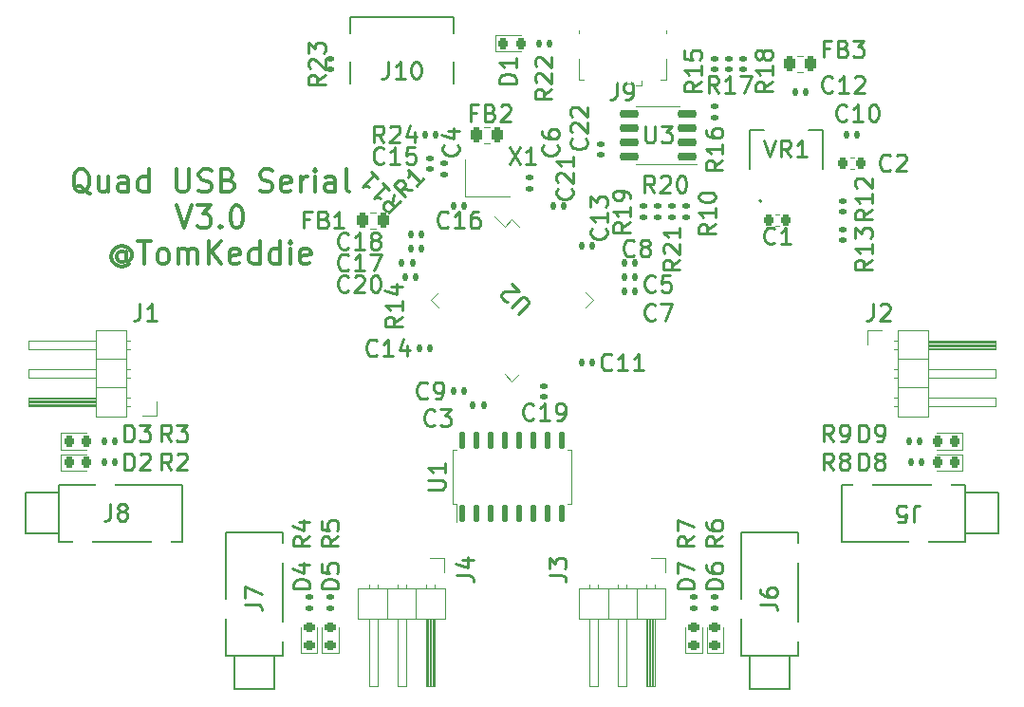
<source format=gto>
G04 #@! TF.GenerationSoftware,KiCad,Pcbnew,6.0.4-6f826c9f35~116~ubuntu20.04.1*
G04 #@! TF.CreationDate,2022-05-15T08:48:41-07:00*
G04 #@! TF.ProjectId,ft4232h-breakout,66743432-3332-4682-9d62-7265616b6f75,rev?*
G04 #@! TF.SameCoordinates,Original*
G04 #@! TF.FileFunction,Legend,Top*
G04 #@! TF.FilePolarity,Positive*
%FSLAX46Y46*%
G04 Gerber Fmt 4.6, Leading zero omitted, Abs format (unit mm)*
G04 Created by KiCad (PCBNEW 6.0.4-6f826c9f35~116~ubuntu20.04.1) date 2022-05-15 08:48:41*
%MOMM*%
%LPD*%
G01*
G04 APERTURE LIST*
G04 Aperture macros list*
%AMRoundRect*
0 Rectangle with rounded corners*
0 $1 Rounding radius*
0 $2 $3 $4 $5 $6 $7 $8 $9 X,Y pos of 4 corners*
0 Add a 4 corners polygon primitive as box body*
4,1,4,$2,$3,$4,$5,$6,$7,$8,$9,$2,$3,0*
0 Add four circle primitives for the rounded corners*
1,1,$1+$1,$2,$3*
1,1,$1+$1,$4,$5*
1,1,$1+$1,$6,$7*
1,1,$1+$1,$8,$9*
0 Add four rect primitives between the rounded corners*
20,1,$1+$1,$2,$3,$4,$5,0*
20,1,$1+$1,$4,$5,$6,$7,0*
20,1,$1+$1,$6,$7,$8,$9,0*
20,1,$1+$1,$8,$9,$2,$3,0*%
G04 Aperture macros list end*
%ADD10C,0.300000*%
%ADD11C,0.250000*%
%ADD12C,0.120000*%
%ADD13C,0.127000*%
%ADD14C,0.200000*%
%ADD15C,0.150000*%
%ADD16RoundRect,0.147500X-0.147500X-0.172500X0.147500X-0.172500X0.147500X0.172500X-0.147500X0.172500X0*%
%ADD17R,1.700000X1.700000*%
%ADD18O,1.700000X1.700000*%
%ADD19RoundRect,0.137500X0.137500X-0.662500X0.137500X0.662500X-0.137500X0.662500X-0.137500X-0.662500X0*%
%ADD20R,0.400000X1.350000*%
%ADD21C,1.450000*%
%ADD22O,1.200000X2.000000*%
%ADD23RoundRect,0.147500X-0.172500X0.147500X-0.172500X-0.147500X0.172500X-0.147500X0.172500X0.147500X0*%
%ADD24R,0.950000X2.150000*%
%ADD25R,3.250000X2.150000*%
%ADD26RoundRect,0.147500X0.147500X0.172500X-0.147500X0.172500X-0.147500X-0.172500X0.147500X-0.172500X0*%
%ADD27R,1.400000X1.200000*%
%ADD28RoundRect,0.147500X0.172500X-0.147500X0.172500X0.147500X-0.172500X0.147500X-0.172500X-0.147500X0*%
%ADD29RoundRect,0.243750X0.243750X0.456250X-0.243750X0.456250X-0.243750X-0.456250X0.243750X-0.456250X0*%
%ADD30RoundRect,0.218750X-0.218750X-0.256250X0.218750X-0.256250X0.218750X0.256250X-0.218750X0.256250X0*%
%ADD31RoundRect,0.218750X0.256250X-0.218750X0.256250X0.218750X-0.256250X0.218750X-0.256250X-0.218750X0*%
%ADD32C,1.250000*%
%ADD33O,1.199896X1.799996*%
%ADD34RoundRect,0.218750X0.218750X0.256250X-0.218750X0.256250X-0.218750X-0.256250X0.218750X-0.256250X0*%
%ADD35RoundRect,0.075000X-0.521491X0.415425X0.415425X-0.521491X0.521491X-0.415425X-0.415425X0.521491X0*%
%ADD36RoundRect,0.075000X-0.521491X-0.415425X-0.415425X-0.521491X0.521491X0.415425X0.415425X0.521491X0*%
%ADD37RoundRect,0.147500X0.226274X0.017678X0.017678X0.226274X-0.226274X-0.017678X-0.017678X-0.226274X0*%
%ADD38RoundRect,0.243750X-0.243750X-0.456250X0.243750X-0.456250X0.243750X0.456250X-0.243750X0.456250X0*%
%ADD39RoundRect,0.150000X0.725000X0.150000X-0.725000X0.150000X-0.725000X-0.150000X0.725000X-0.150000X0*%
%ADD40RoundRect,0.147500X-0.226274X-0.017678X-0.017678X-0.226274X0.226274X0.017678X0.017678X0.226274X0*%
%ADD41O,1.799996X1.199896*%
%ADD42C,0.650000*%
%ADD43R,0.300000X1.750000*%
%ADD44O,1.000000X2.100000*%
%ADD45O,0.900000X2.100000*%
G04 APERTURE END LIST*
D10*
X62342476Y-86521238D02*
X62152000Y-86426000D01*
X61961523Y-86235523D01*
X61675809Y-85949809D01*
X61485333Y-85854571D01*
X61294857Y-85854571D01*
X61390095Y-86330761D02*
X61199619Y-86235523D01*
X61009142Y-86045047D01*
X60913904Y-85664095D01*
X60913904Y-84997428D01*
X61009142Y-84616476D01*
X61199619Y-84426000D01*
X61390095Y-84330761D01*
X61771047Y-84330761D01*
X61961523Y-84426000D01*
X62152000Y-84616476D01*
X62247238Y-84997428D01*
X62247238Y-85664095D01*
X62152000Y-86045047D01*
X61961523Y-86235523D01*
X61771047Y-86330761D01*
X61390095Y-86330761D01*
X63961523Y-84997428D02*
X63961523Y-86330761D01*
X63104380Y-84997428D02*
X63104380Y-86045047D01*
X63199619Y-86235523D01*
X63390095Y-86330761D01*
X63675809Y-86330761D01*
X63866285Y-86235523D01*
X63961523Y-86140285D01*
X65771047Y-86330761D02*
X65771047Y-85283142D01*
X65675809Y-85092666D01*
X65485333Y-84997428D01*
X65104380Y-84997428D01*
X64913904Y-85092666D01*
X65771047Y-86235523D02*
X65580571Y-86330761D01*
X65104380Y-86330761D01*
X64913904Y-86235523D01*
X64818666Y-86045047D01*
X64818666Y-85854571D01*
X64913904Y-85664095D01*
X65104380Y-85568857D01*
X65580571Y-85568857D01*
X65771047Y-85473619D01*
X67580571Y-86330761D02*
X67580571Y-84330761D01*
X67580571Y-86235523D02*
X67390095Y-86330761D01*
X67009142Y-86330761D01*
X66818666Y-86235523D01*
X66723428Y-86140285D01*
X66628190Y-85949809D01*
X66628190Y-85378380D01*
X66723428Y-85187904D01*
X66818666Y-85092666D01*
X67009142Y-84997428D01*
X67390095Y-84997428D01*
X67580571Y-85092666D01*
X70056761Y-84330761D02*
X70056761Y-85949809D01*
X70152000Y-86140285D01*
X70247238Y-86235523D01*
X70437714Y-86330761D01*
X70818666Y-86330761D01*
X71009142Y-86235523D01*
X71104380Y-86140285D01*
X71199619Y-85949809D01*
X71199619Y-84330761D01*
X72056761Y-86235523D02*
X72342476Y-86330761D01*
X72818666Y-86330761D01*
X73009142Y-86235523D01*
X73104380Y-86140285D01*
X73199619Y-85949809D01*
X73199619Y-85759333D01*
X73104380Y-85568857D01*
X73009142Y-85473619D01*
X72818666Y-85378380D01*
X72437714Y-85283142D01*
X72247238Y-85187904D01*
X72152000Y-85092666D01*
X72056761Y-84902190D01*
X72056761Y-84711714D01*
X72152000Y-84521238D01*
X72247238Y-84426000D01*
X72437714Y-84330761D01*
X72913904Y-84330761D01*
X73199619Y-84426000D01*
X74723428Y-85283142D02*
X75009142Y-85378380D01*
X75104380Y-85473619D01*
X75199619Y-85664095D01*
X75199619Y-85949809D01*
X75104380Y-86140285D01*
X75009142Y-86235523D01*
X74818666Y-86330761D01*
X74056761Y-86330761D01*
X74056761Y-84330761D01*
X74723428Y-84330761D01*
X74913904Y-84426000D01*
X75009142Y-84521238D01*
X75104380Y-84711714D01*
X75104380Y-84902190D01*
X75009142Y-85092666D01*
X74913904Y-85187904D01*
X74723428Y-85283142D01*
X74056761Y-85283142D01*
X77485333Y-86235523D02*
X77771047Y-86330761D01*
X78247238Y-86330761D01*
X78437714Y-86235523D01*
X78532952Y-86140285D01*
X78628190Y-85949809D01*
X78628190Y-85759333D01*
X78532952Y-85568857D01*
X78437714Y-85473619D01*
X78247238Y-85378380D01*
X77866285Y-85283142D01*
X77675809Y-85187904D01*
X77580571Y-85092666D01*
X77485333Y-84902190D01*
X77485333Y-84711714D01*
X77580571Y-84521238D01*
X77675809Y-84426000D01*
X77866285Y-84330761D01*
X78342476Y-84330761D01*
X78628190Y-84426000D01*
X80247238Y-86235523D02*
X80056761Y-86330761D01*
X79675809Y-86330761D01*
X79485333Y-86235523D01*
X79390095Y-86045047D01*
X79390095Y-85283142D01*
X79485333Y-85092666D01*
X79675809Y-84997428D01*
X80056761Y-84997428D01*
X80247238Y-85092666D01*
X80342476Y-85283142D01*
X80342476Y-85473619D01*
X79390095Y-85664095D01*
X81199619Y-86330761D02*
X81199619Y-84997428D01*
X81199619Y-85378380D02*
X81294857Y-85187904D01*
X81390095Y-85092666D01*
X81580571Y-84997428D01*
X81771047Y-84997428D01*
X82437714Y-86330761D02*
X82437714Y-84997428D01*
X82437714Y-84330761D02*
X82342476Y-84426000D01*
X82437714Y-84521238D01*
X82532952Y-84426000D01*
X82437714Y-84330761D01*
X82437714Y-84521238D01*
X84247238Y-86330761D02*
X84247238Y-85283142D01*
X84152000Y-85092666D01*
X83961523Y-84997428D01*
X83580571Y-84997428D01*
X83390095Y-85092666D01*
X84247238Y-86235523D02*
X84056761Y-86330761D01*
X83580571Y-86330761D01*
X83390095Y-86235523D01*
X83294857Y-86045047D01*
X83294857Y-85854571D01*
X83390095Y-85664095D01*
X83580571Y-85568857D01*
X84056761Y-85568857D01*
X84247238Y-85473619D01*
X85485333Y-86330761D02*
X85294857Y-86235523D01*
X85199619Y-86045047D01*
X85199619Y-84330761D01*
X70104380Y-87550761D02*
X70771047Y-89550761D01*
X71437714Y-87550761D01*
X71913904Y-87550761D02*
X73152000Y-87550761D01*
X72485333Y-88312666D01*
X72771047Y-88312666D01*
X72961523Y-88407904D01*
X73056761Y-88503142D01*
X73152000Y-88693619D01*
X73152000Y-89169809D01*
X73056761Y-89360285D01*
X72961523Y-89455523D01*
X72771047Y-89550761D01*
X72199619Y-89550761D01*
X72009142Y-89455523D01*
X71913904Y-89360285D01*
X74009142Y-89360285D02*
X74104380Y-89455523D01*
X74009142Y-89550761D01*
X73913904Y-89455523D01*
X74009142Y-89360285D01*
X74009142Y-89550761D01*
X75342476Y-87550761D02*
X75532952Y-87550761D01*
X75723428Y-87646000D01*
X75818666Y-87741238D01*
X75913904Y-87931714D01*
X76009142Y-88312666D01*
X76009142Y-88788857D01*
X75913904Y-89169809D01*
X75818666Y-89360285D01*
X75723428Y-89455523D01*
X75532952Y-89550761D01*
X75342476Y-89550761D01*
X75152000Y-89455523D01*
X75056761Y-89360285D01*
X74961523Y-89169809D01*
X74866285Y-88788857D01*
X74866285Y-88312666D01*
X74961523Y-87931714D01*
X75056761Y-87741238D01*
X75152000Y-87646000D01*
X75342476Y-87550761D01*
X65580571Y-91818380D02*
X65485333Y-91723142D01*
X65294857Y-91627904D01*
X65104380Y-91627904D01*
X64913904Y-91723142D01*
X64818666Y-91818380D01*
X64723428Y-92008857D01*
X64723428Y-92199333D01*
X64818666Y-92389809D01*
X64913904Y-92485047D01*
X65104380Y-92580285D01*
X65294857Y-92580285D01*
X65485333Y-92485047D01*
X65580571Y-92389809D01*
X65580571Y-91627904D02*
X65580571Y-92389809D01*
X65675809Y-92485047D01*
X65771047Y-92485047D01*
X65961523Y-92389809D01*
X66056761Y-92199333D01*
X66056761Y-91723142D01*
X65866285Y-91437428D01*
X65580571Y-91246952D01*
X65199619Y-91151714D01*
X64818666Y-91246952D01*
X64532952Y-91437428D01*
X64342476Y-91723142D01*
X64247238Y-92104095D01*
X64342476Y-92485047D01*
X64532952Y-92770761D01*
X64818666Y-92961238D01*
X65199619Y-93056476D01*
X65580571Y-92961238D01*
X65866285Y-92770761D01*
X66628190Y-90770761D02*
X67771047Y-90770761D01*
X67199619Y-92770761D02*
X67199619Y-90770761D01*
X68723428Y-92770761D02*
X68532952Y-92675523D01*
X68437714Y-92580285D01*
X68342476Y-92389809D01*
X68342476Y-91818380D01*
X68437714Y-91627904D01*
X68532952Y-91532666D01*
X68723428Y-91437428D01*
X69009142Y-91437428D01*
X69199619Y-91532666D01*
X69294857Y-91627904D01*
X69390095Y-91818380D01*
X69390095Y-92389809D01*
X69294857Y-92580285D01*
X69199619Y-92675523D01*
X69009142Y-92770761D01*
X68723428Y-92770761D01*
X70247238Y-92770761D02*
X70247238Y-91437428D01*
X70247238Y-91627904D02*
X70342476Y-91532666D01*
X70532952Y-91437428D01*
X70818666Y-91437428D01*
X71009142Y-91532666D01*
X71104380Y-91723142D01*
X71104380Y-92770761D01*
X71104380Y-91723142D02*
X71199619Y-91532666D01*
X71390095Y-91437428D01*
X71675809Y-91437428D01*
X71866285Y-91532666D01*
X71961523Y-91723142D01*
X71961523Y-92770761D01*
X72913904Y-92770761D02*
X72913904Y-90770761D01*
X74056761Y-92770761D02*
X73199619Y-91627904D01*
X74056761Y-90770761D02*
X72913904Y-91913619D01*
X75675809Y-92675523D02*
X75485333Y-92770761D01*
X75104380Y-92770761D01*
X74913904Y-92675523D01*
X74818666Y-92485047D01*
X74818666Y-91723142D01*
X74913904Y-91532666D01*
X75104380Y-91437428D01*
X75485333Y-91437428D01*
X75675809Y-91532666D01*
X75771047Y-91723142D01*
X75771047Y-91913619D01*
X74818666Y-92104095D01*
X77485333Y-92770761D02*
X77485333Y-90770761D01*
X77485333Y-92675523D02*
X77294857Y-92770761D01*
X76913904Y-92770761D01*
X76723428Y-92675523D01*
X76628190Y-92580285D01*
X76532952Y-92389809D01*
X76532952Y-91818380D01*
X76628190Y-91627904D01*
X76723428Y-91532666D01*
X76913904Y-91437428D01*
X77294857Y-91437428D01*
X77485333Y-91532666D01*
X79294857Y-92770761D02*
X79294857Y-90770761D01*
X79294857Y-92675523D02*
X79104380Y-92770761D01*
X78723428Y-92770761D01*
X78532952Y-92675523D01*
X78437714Y-92580285D01*
X78342476Y-92389809D01*
X78342476Y-91818380D01*
X78437714Y-91627904D01*
X78532952Y-91532666D01*
X78723428Y-91437428D01*
X79104380Y-91437428D01*
X79294857Y-91532666D01*
X80247238Y-92770761D02*
X80247238Y-91437428D01*
X80247238Y-90770761D02*
X80152000Y-90866000D01*
X80247238Y-90961238D01*
X80342476Y-90866000D01*
X80247238Y-90770761D01*
X80247238Y-90961238D01*
X81961523Y-92675523D02*
X81771047Y-92770761D01*
X81390095Y-92770761D01*
X81199619Y-92675523D01*
X81104380Y-92485047D01*
X81104380Y-91723142D01*
X81199619Y-91532666D01*
X81390095Y-91437428D01*
X81771047Y-91437428D01*
X81961523Y-91532666D01*
X82056761Y-91723142D01*
X82056761Y-91913619D01*
X81104380Y-92104095D01*
D11*
X87935714Y-100865714D02*
X87864285Y-100937142D01*
X87650000Y-101008571D01*
X87507142Y-101008571D01*
X87292857Y-100937142D01*
X87150000Y-100794285D01*
X87078571Y-100651428D01*
X87007142Y-100365714D01*
X87007142Y-100151428D01*
X87078571Y-99865714D01*
X87150000Y-99722857D01*
X87292857Y-99580000D01*
X87507142Y-99508571D01*
X87650000Y-99508571D01*
X87864285Y-99580000D01*
X87935714Y-99651428D01*
X89364285Y-101008571D02*
X88507142Y-101008571D01*
X88935714Y-101008571D02*
X88935714Y-99508571D01*
X88792857Y-99722857D01*
X88650000Y-99865714D01*
X88507142Y-99937142D01*
X90650000Y-100008571D02*
X90650000Y-101008571D01*
X90292857Y-99437142D02*
X89935714Y-100508571D01*
X90864285Y-100508571D01*
X95063571Y-120515000D02*
X96135000Y-120515000D01*
X96349285Y-120586428D01*
X96492142Y-120729285D01*
X96563571Y-120943571D01*
X96563571Y-121086428D01*
X95563571Y-119157857D02*
X96563571Y-119157857D01*
X94992142Y-119515000D02*
X96063571Y-119872142D01*
X96063571Y-118943571D01*
X92523571Y-112902857D02*
X93737857Y-112902857D01*
X93880714Y-112831428D01*
X93952142Y-112760000D01*
X94023571Y-112617142D01*
X94023571Y-112331428D01*
X93952142Y-112188571D01*
X93880714Y-112117142D01*
X93737857Y-112045714D01*
X92523571Y-112045714D01*
X94023571Y-110545714D02*
X94023571Y-111402857D01*
X94023571Y-110974285D02*
X92523571Y-110974285D01*
X92737857Y-111117142D01*
X92880714Y-111260000D01*
X92952142Y-111402857D01*
X109330000Y-76600275D02*
X109330000Y-77671704D01*
X109258571Y-77885989D01*
X109115714Y-78028846D01*
X108901428Y-78100275D01*
X108758571Y-78100275D01*
X110115714Y-78100275D02*
X110401428Y-78100275D01*
X110544285Y-78028846D01*
X110615714Y-77957418D01*
X110758571Y-77743132D01*
X110830000Y-77457418D01*
X110830000Y-76885989D01*
X110758571Y-76743132D01*
X110687142Y-76671704D01*
X110544285Y-76600275D01*
X110258571Y-76600275D01*
X110115714Y-76671704D01*
X110044285Y-76743132D01*
X109972857Y-76885989D01*
X109972857Y-77243132D01*
X110044285Y-77385989D01*
X110115714Y-77457418D01*
X110258571Y-77528846D01*
X110544285Y-77528846D01*
X110687142Y-77457418D01*
X110758571Y-77385989D01*
X110830000Y-77243132D01*
X118153571Y-89229285D02*
X117439285Y-89729285D01*
X118153571Y-90086428D02*
X116653571Y-90086428D01*
X116653571Y-89515000D01*
X116725000Y-89372142D01*
X116796428Y-89300714D01*
X116939285Y-89229285D01*
X117153571Y-89229285D01*
X117296428Y-89300714D01*
X117367857Y-89372142D01*
X117439285Y-89515000D01*
X117439285Y-90086428D01*
X118153571Y-87800714D02*
X118153571Y-88657857D01*
X118153571Y-88229285D02*
X116653571Y-88229285D01*
X116867857Y-88372142D01*
X117010714Y-88515000D01*
X117082142Y-88657857D01*
X116653571Y-86872142D02*
X116653571Y-86729285D01*
X116725000Y-86586428D01*
X116796428Y-86515000D01*
X116939285Y-86443571D01*
X117225000Y-86372142D01*
X117582142Y-86372142D01*
X117867857Y-86443571D01*
X118010714Y-86515000D01*
X118082142Y-86586428D01*
X118153571Y-86729285D01*
X118153571Y-86872142D01*
X118082142Y-87015000D01*
X118010714Y-87086428D01*
X117867857Y-87157857D01*
X117582142Y-87229285D01*
X117225000Y-87229285D01*
X116939285Y-87157857D01*
X116796428Y-87086428D01*
X116725000Y-87015000D01*
X116653571Y-86872142D01*
X122495714Y-81728571D02*
X122995714Y-83228571D01*
X123495714Y-81728571D01*
X124852857Y-83228571D02*
X124352857Y-82514285D01*
X123995714Y-83228571D02*
X123995714Y-81728571D01*
X124567142Y-81728571D01*
X124710000Y-81800000D01*
X124781428Y-81871428D01*
X124852857Y-82014285D01*
X124852857Y-82228571D01*
X124781428Y-82371428D01*
X124710000Y-82442857D01*
X124567142Y-82514285D01*
X123995714Y-82514285D01*
X126281428Y-83228571D02*
X125424285Y-83228571D01*
X125852857Y-83228571D02*
X125852857Y-81728571D01*
X125710000Y-81942857D01*
X125567142Y-82085714D01*
X125424285Y-82157142D01*
X105310714Y-86054285D02*
X105382142Y-86125714D01*
X105453571Y-86340000D01*
X105453571Y-86482857D01*
X105382142Y-86697142D01*
X105239285Y-86840000D01*
X105096428Y-86911428D01*
X104810714Y-86982857D01*
X104596428Y-86982857D01*
X104310714Y-86911428D01*
X104167857Y-86840000D01*
X104025000Y-86697142D01*
X103953571Y-86482857D01*
X103953571Y-86340000D01*
X104025000Y-86125714D01*
X104096428Y-86054285D01*
X104096428Y-85482857D02*
X104025000Y-85411428D01*
X103953571Y-85268571D01*
X103953571Y-84911428D01*
X104025000Y-84768571D01*
X104096428Y-84697142D01*
X104239285Y-84625714D01*
X104382142Y-84625714D01*
X104596428Y-84697142D01*
X105453571Y-85554285D01*
X105453571Y-84625714D01*
X105453571Y-83197142D02*
X105453571Y-84054285D01*
X105453571Y-83625714D02*
X103953571Y-83625714D01*
X104167857Y-83768571D01*
X104310714Y-83911428D01*
X104382142Y-84054285D01*
X99750714Y-82363571D02*
X100750714Y-83863571D01*
X100750714Y-82363571D02*
X99750714Y-83863571D01*
X102107857Y-83863571D02*
X101250714Y-83863571D01*
X101679285Y-83863571D02*
X101679285Y-82363571D01*
X101536428Y-82577857D01*
X101393571Y-82720714D01*
X101250714Y-82792142D01*
X106580714Y-81609285D02*
X106652142Y-81680714D01*
X106723571Y-81895000D01*
X106723571Y-82037857D01*
X106652142Y-82252142D01*
X106509285Y-82395000D01*
X106366428Y-82466428D01*
X106080714Y-82537857D01*
X105866428Y-82537857D01*
X105580714Y-82466428D01*
X105437857Y-82395000D01*
X105295000Y-82252142D01*
X105223571Y-82037857D01*
X105223571Y-81895000D01*
X105295000Y-81680714D01*
X105366428Y-81609285D01*
X105366428Y-81037857D02*
X105295000Y-80966428D01*
X105223571Y-80823571D01*
X105223571Y-80466428D01*
X105295000Y-80323571D01*
X105366428Y-80252142D01*
X105509285Y-80180714D01*
X105652142Y-80180714D01*
X105866428Y-80252142D01*
X106723571Y-81109285D01*
X106723571Y-80180714D01*
X105366428Y-79609285D02*
X105295000Y-79537857D01*
X105223571Y-79395000D01*
X105223571Y-79037857D01*
X105295000Y-78895000D01*
X105366428Y-78823571D01*
X105509285Y-78752142D01*
X105652142Y-78752142D01*
X105866428Y-78823571D01*
X106723571Y-79680714D01*
X106723571Y-78752142D01*
X101905714Y-106580714D02*
X101834285Y-106652142D01*
X101620000Y-106723571D01*
X101477142Y-106723571D01*
X101262857Y-106652142D01*
X101120000Y-106509285D01*
X101048571Y-106366428D01*
X100977142Y-106080714D01*
X100977142Y-105866428D01*
X101048571Y-105580714D01*
X101120000Y-105437857D01*
X101262857Y-105295000D01*
X101477142Y-105223571D01*
X101620000Y-105223571D01*
X101834285Y-105295000D01*
X101905714Y-105366428D01*
X103334285Y-106723571D02*
X102477142Y-106723571D01*
X102905714Y-106723571D02*
X102905714Y-105223571D01*
X102762857Y-105437857D01*
X102620000Y-105580714D01*
X102477142Y-105652142D01*
X104048571Y-106723571D02*
X104334285Y-106723571D01*
X104477142Y-106652142D01*
X104548571Y-106580714D01*
X104691428Y-106366428D01*
X104762857Y-106080714D01*
X104762857Y-105509285D01*
X104691428Y-105366428D01*
X104620000Y-105295000D01*
X104477142Y-105223571D01*
X104191428Y-105223571D01*
X104048571Y-105295000D01*
X103977142Y-105366428D01*
X103905714Y-105509285D01*
X103905714Y-105866428D01*
X103977142Y-106009285D01*
X104048571Y-106080714D01*
X104191428Y-106152142D01*
X104477142Y-106152142D01*
X104620000Y-106080714D01*
X104691428Y-106009285D01*
X104762857Y-105866428D01*
X69600000Y-108628571D02*
X69100000Y-107914285D01*
X68742857Y-108628571D02*
X68742857Y-107128571D01*
X69314285Y-107128571D01*
X69457142Y-107200000D01*
X69528571Y-107271428D01*
X69600000Y-107414285D01*
X69600000Y-107628571D01*
X69528571Y-107771428D01*
X69457142Y-107842857D01*
X69314285Y-107914285D01*
X68742857Y-107914285D01*
X70100000Y-107128571D02*
X71028571Y-107128571D01*
X70528571Y-107700000D01*
X70742857Y-107700000D01*
X70885714Y-107771428D01*
X70957142Y-107842857D01*
X71028571Y-107985714D01*
X71028571Y-108342857D01*
X70957142Y-108485714D01*
X70885714Y-108557142D01*
X70742857Y-108628571D01*
X70314285Y-108628571D01*
X70171428Y-108557142D01*
X70100000Y-108485714D01*
X118415714Y-77513571D02*
X117915714Y-76799285D01*
X117558571Y-77513571D02*
X117558571Y-76013571D01*
X118130000Y-76013571D01*
X118272857Y-76085000D01*
X118344285Y-76156428D01*
X118415714Y-76299285D01*
X118415714Y-76513571D01*
X118344285Y-76656428D01*
X118272857Y-76727857D01*
X118130000Y-76799285D01*
X117558571Y-76799285D01*
X119844285Y-77513571D02*
X118987142Y-77513571D01*
X119415714Y-77513571D02*
X119415714Y-76013571D01*
X119272857Y-76227857D01*
X119130000Y-76370714D01*
X118987142Y-76442142D01*
X120344285Y-76013571D02*
X121344285Y-76013571D01*
X120701428Y-77513571D01*
X116248571Y-117090000D02*
X115534285Y-117590000D01*
X116248571Y-117947142D02*
X114748571Y-117947142D01*
X114748571Y-117375714D01*
X114820000Y-117232857D01*
X114891428Y-117161428D01*
X115034285Y-117090000D01*
X115248571Y-117090000D01*
X115391428Y-117161428D01*
X115462857Y-117232857D01*
X115534285Y-117375714D01*
X115534285Y-117947142D01*
X114748571Y-116590000D02*
X114748571Y-115590000D01*
X116248571Y-116232857D01*
X96798578Y-79267857D02*
X96298578Y-79267857D01*
X96298578Y-80053571D02*
X96298578Y-78553571D01*
X97012863Y-78553571D01*
X98084292Y-79267857D02*
X98298578Y-79339285D01*
X98370006Y-79410714D01*
X98441435Y-79553571D01*
X98441435Y-79767857D01*
X98370006Y-79910714D01*
X98298578Y-79982142D01*
X98155720Y-80053571D01*
X97584292Y-80053571D01*
X97584292Y-78553571D01*
X98084292Y-78553571D01*
X98227149Y-78625000D01*
X98298578Y-78696428D01*
X98370006Y-78839285D01*
X98370006Y-78982142D01*
X98298578Y-79125000D01*
X98227149Y-79196428D01*
X98084292Y-79267857D01*
X97584292Y-79267857D01*
X99012863Y-78696428D02*
X99084292Y-78625000D01*
X99227149Y-78553571D01*
X99584292Y-78553571D01*
X99727149Y-78625000D01*
X99798578Y-78696428D01*
X99870006Y-78839285D01*
X99870006Y-78982142D01*
X99798578Y-79196428D01*
X98941435Y-80053571D01*
X99870006Y-80053571D01*
X132123571Y-87959285D02*
X131409285Y-88459285D01*
X132123571Y-88816428D02*
X130623571Y-88816428D01*
X130623571Y-88245000D01*
X130695000Y-88102142D01*
X130766428Y-88030714D01*
X130909285Y-87959285D01*
X131123571Y-87959285D01*
X131266428Y-88030714D01*
X131337857Y-88102142D01*
X131409285Y-88245000D01*
X131409285Y-88816428D01*
X132123571Y-86530714D02*
X132123571Y-87387857D01*
X132123571Y-86959285D02*
X130623571Y-86959285D01*
X130837857Y-87102142D01*
X130980714Y-87245000D01*
X131052142Y-87387857D01*
X130766428Y-85959285D02*
X130695000Y-85887857D01*
X130623571Y-85745000D01*
X130623571Y-85387857D01*
X130695000Y-85245000D01*
X130766428Y-85173571D01*
X130909285Y-85102142D01*
X131052142Y-85102142D01*
X131266428Y-85173571D01*
X132123571Y-86030714D01*
X132123571Y-85102142D01*
X118788571Y-117090000D02*
X118074285Y-117590000D01*
X118788571Y-117947142D02*
X117288571Y-117947142D01*
X117288571Y-117375714D01*
X117360000Y-117232857D01*
X117431428Y-117161428D01*
X117574285Y-117090000D01*
X117788571Y-117090000D01*
X117931428Y-117161428D01*
X118002857Y-117232857D01*
X118074285Y-117375714D01*
X118074285Y-117947142D01*
X117288571Y-115804285D02*
X117288571Y-116090000D01*
X117360000Y-116232857D01*
X117431428Y-116304285D01*
X117645714Y-116447142D01*
X117931428Y-116518571D01*
X118502857Y-116518571D01*
X118645714Y-116447142D01*
X118717142Y-116375714D01*
X118788571Y-116232857D01*
X118788571Y-115947142D01*
X118717142Y-115804285D01*
X118645714Y-115732857D01*
X118502857Y-115661428D01*
X118145714Y-115661428D01*
X118002857Y-115732857D01*
X117931428Y-115804285D01*
X117860000Y-115947142D01*
X117860000Y-116232857D01*
X117931428Y-116375714D01*
X118002857Y-116447142D01*
X118145714Y-116518571D01*
X65440857Y-108628571D02*
X65440857Y-107128571D01*
X65798000Y-107128571D01*
X66012285Y-107200000D01*
X66155142Y-107342857D01*
X66226571Y-107485714D01*
X66298000Y-107771428D01*
X66298000Y-107985714D01*
X66226571Y-108271428D01*
X66155142Y-108414285D01*
X66012285Y-108557142D01*
X65798000Y-108628571D01*
X65440857Y-108628571D01*
X66798000Y-107128571D02*
X67726571Y-107128571D01*
X67226571Y-107700000D01*
X67440857Y-107700000D01*
X67583714Y-107771428D01*
X67655142Y-107842857D01*
X67726571Y-107985714D01*
X67726571Y-108342857D01*
X67655142Y-108485714D01*
X67583714Y-108557142D01*
X67440857Y-108628571D01*
X67012285Y-108628571D01*
X66869428Y-108557142D01*
X66798000Y-108485714D01*
X116883571Y-76529285D02*
X116169285Y-77029285D01*
X116883571Y-77386428D02*
X115383571Y-77386428D01*
X115383571Y-76815000D01*
X115455000Y-76672142D01*
X115526428Y-76600714D01*
X115669285Y-76529285D01*
X115883571Y-76529285D01*
X116026428Y-76600714D01*
X116097857Y-76672142D01*
X116169285Y-76815000D01*
X116169285Y-77386428D01*
X116883571Y-75100714D02*
X116883571Y-75957857D01*
X116883571Y-75529285D02*
X115383571Y-75529285D01*
X115597857Y-75672142D01*
X115740714Y-75815000D01*
X115812142Y-75957857D01*
X115383571Y-73743571D02*
X115383571Y-74457857D01*
X116097857Y-74529285D01*
X116026428Y-74457857D01*
X115955000Y-74315000D01*
X115955000Y-73957857D01*
X116026428Y-73815000D01*
X116097857Y-73743571D01*
X116240714Y-73672142D01*
X116597857Y-73672142D01*
X116740714Y-73743571D01*
X116812142Y-73815000D01*
X116883571Y-73957857D01*
X116883571Y-74315000D01*
X116812142Y-74457857D01*
X116740714Y-74529285D01*
X90213571Y-97484285D02*
X89499285Y-97984285D01*
X90213571Y-98341428D02*
X88713571Y-98341428D01*
X88713571Y-97770000D01*
X88785000Y-97627142D01*
X88856428Y-97555714D01*
X88999285Y-97484285D01*
X89213571Y-97484285D01*
X89356428Y-97555714D01*
X89427857Y-97627142D01*
X89499285Y-97770000D01*
X89499285Y-98341428D01*
X90213571Y-96055714D02*
X90213571Y-96912857D01*
X90213571Y-96484285D02*
X88713571Y-96484285D01*
X88927857Y-96627142D01*
X89070714Y-96770000D01*
X89142142Y-96912857D01*
X89213571Y-94770000D02*
X90213571Y-94770000D01*
X88642142Y-95127142D02*
X89713571Y-95484285D01*
X89713571Y-94555714D01*
X100373571Y-76672142D02*
X98873571Y-76672142D01*
X98873571Y-76315000D01*
X98945000Y-76100714D01*
X99087857Y-75957857D01*
X99230714Y-75886428D01*
X99516428Y-75815000D01*
X99730714Y-75815000D01*
X100016428Y-75886428D01*
X100159285Y-75957857D01*
X100302142Y-76100714D01*
X100373571Y-76315000D01*
X100373571Y-76672142D01*
X100373571Y-74386428D02*
X100373571Y-75243571D01*
X100373571Y-74815000D02*
X98873571Y-74815000D01*
X99087857Y-74957857D01*
X99230714Y-75100714D01*
X99302142Y-75243571D01*
X116248571Y-121757142D02*
X114748571Y-121757142D01*
X114748571Y-121400000D01*
X114820000Y-121185714D01*
X114962857Y-121042857D01*
X115105714Y-120971428D01*
X115391428Y-120900000D01*
X115605714Y-120900000D01*
X115891428Y-120971428D01*
X116034285Y-121042857D01*
X116177142Y-121185714D01*
X116248571Y-121400000D01*
X116248571Y-121757142D01*
X114748571Y-120400000D02*
X114748571Y-119400000D01*
X116248571Y-120042857D01*
X123233571Y-76529285D02*
X122519285Y-77029285D01*
X123233571Y-77386428D02*
X121733571Y-77386428D01*
X121733571Y-76815000D01*
X121805000Y-76672142D01*
X121876428Y-76600714D01*
X122019285Y-76529285D01*
X122233571Y-76529285D01*
X122376428Y-76600714D01*
X122447857Y-76672142D01*
X122519285Y-76815000D01*
X122519285Y-77386428D01*
X123233571Y-75100714D02*
X123233571Y-75957857D01*
X123233571Y-75529285D02*
X121733571Y-75529285D01*
X121947857Y-75672142D01*
X122090714Y-75815000D01*
X122162142Y-75957857D01*
X122376428Y-74243571D02*
X122305000Y-74386428D01*
X122233571Y-74457857D01*
X122090714Y-74529285D01*
X122019285Y-74529285D01*
X121876428Y-74457857D01*
X121805000Y-74386428D01*
X121733571Y-74243571D01*
X121733571Y-73957857D01*
X121805000Y-73815000D01*
X121876428Y-73743571D01*
X122019285Y-73672142D01*
X122090714Y-73672142D01*
X122233571Y-73743571D01*
X122305000Y-73815000D01*
X122376428Y-73957857D01*
X122376428Y-74243571D01*
X122447857Y-74386428D01*
X122519285Y-74457857D01*
X122662142Y-74529285D01*
X122947857Y-74529285D01*
X123090714Y-74457857D01*
X123162142Y-74386428D01*
X123233571Y-74243571D01*
X123233571Y-73957857D01*
X123162142Y-73815000D01*
X123090714Y-73743571D01*
X122947857Y-73672142D01*
X122662142Y-73672142D01*
X122519285Y-73743571D01*
X122447857Y-73815000D01*
X122376428Y-73957857D01*
X132123571Y-92404285D02*
X131409285Y-92904285D01*
X132123571Y-93261428D02*
X130623571Y-93261428D01*
X130623571Y-92690000D01*
X130695000Y-92547142D01*
X130766428Y-92475714D01*
X130909285Y-92404285D01*
X131123571Y-92404285D01*
X131266428Y-92475714D01*
X131337857Y-92547142D01*
X131409285Y-92690000D01*
X131409285Y-93261428D01*
X132123571Y-90975714D02*
X132123571Y-91832857D01*
X132123571Y-91404285D02*
X130623571Y-91404285D01*
X130837857Y-91547142D01*
X130980714Y-91690000D01*
X131052142Y-91832857D01*
X130623571Y-90475714D02*
X130623571Y-89547142D01*
X131195000Y-90047142D01*
X131195000Y-89832857D01*
X131266428Y-89690000D01*
X131337857Y-89618571D01*
X131480714Y-89547142D01*
X131837857Y-89547142D01*
X131980714Y-89618571D01*
X132052142Y-89690000D01*
X132123571Y-89832857D01*
X132123571Y-90261428D01*
X132052142Y-90404285D01*
X131980714Y-90475714D01*
X66810000Y-96333571D02*
X66810000Y-97405000D01*
X66738571Y-97619285D01*
X66595714Y-97762142D01*
X66381428Y-97833571D01*
X66238571Y-97833571D01*
X68310000Y-97833571D02*
X67452857Y-97833571D01*
X67881428Y-97833571D02*
X67881428Y-96333571D01*
X67738571Y-96547857D01*
X67595714Y-96690714D01*
X67452857Y-96762142D01*
X76178571Y-123120000D02*
X77250000Y-123120000D01*
X77464285Y-123191428D01*
X77607142Y-123334285D01*
X77678571Y-123548571D01*
X77678571Y-123691428D01*
X76178571Y-122548571D02*
X76178571Y-121548571D01*
X77678571Y-122191428D01*
X85395714Y-91340714D02*
X85324285Y-91412142D01*
X85110000Y-91483571D01*
X84967142Y-91483571D01*
X84752857Y-91412142D01*
X84610000Y-91269285D01*
X84538571Y-91126428D01*
X84467142Y-90840714D01*
X84467142Y-90626428D01*
X84538571Y-90340714D01*
X84610000Y-90197857D01*
X84752857Y-90055000D01*
X84967142Y-89983571D01*
X85110000Y-89983571D01*
X85324285Y-90055000D01*
X85395714Y-90126428D01*
X86824285Y-91483571D02*
X85967142Y-91483571D01*
X86395714Y-91483571D02*
X86395714Y-89983571D01*
X86252857Y-90197857D01*
X86110000Y-90340714D01*
X85967142Y-90412142D01*
X87681428Y-90626428D02*
X87538571Y-90555000D01*
X87467142Y-90483571D01*
X87395714Y-90340714D01*
X87395714Y-90269285D01*
X87467142Y-90126428D01*
X87538571Y-90055000D01*
X87681428Y-89983571D01*
X87967142Y-89983571D01*
X88110000Y-90055000D01*
X88181428Y-90126428D01*
X88252857Y-90269285D01*
X88252857Y-90340714D01*
X88181428Y-90483571D01*
X88110000Y-90555000D01*
X87967142Y-90626428D01*
X87681428Y-90626428D01*
X87538571Y-90697857D01*
X87467142Y-90769285D01*
X87395714Y-90912142D01*
X87395714Y-91197857D01*
X87467142Y-91340714D01*
X87538571Y-91412142D01*
X87681428Y-91483571D01*
X87967142Y-91483571D01*
X88110000Y-91412142D01*
X88181428Y-91340714D01*
X88252857Y-91197857D01*
X88252857Y-90912142D01*
X88181428Y-90769285D01*
X88110000Y-90697857D01*
X87967142Y-90626428D01*
X110533571Y-89079285D02*
X109819285Y-89579285D01*
X110533571Y-89936428D02*
X109033571Y-89936428D01*
X109033571Y-89365000D01*
X109105000Y-89222142D01*
X109176428Y-89150714D01*
X109319285Y-89079285D01*
X109533571Y-89079285D01*
X109676428Y-89150714D01*
X109747857Y-89222142D01*
X109819285Y-89365000D01*
X109819285Y-89936428D01*
X110533571Y-87650714D02*
X110533571Y-88507857D01*
X110533571Y-88079285D02*
X109033571Y-88079285D01*
X109247857Y-88222142D01*
X109390714Y-88365000D01*
X109462142Y-88507857D01*
X110533571Y-86936428D02*
X110533571Y-86650714D01*
X110462142Y-86507857D01*
X110390714Y-86436428D01*
X110176428Y-86293571D01*
X109890714Y-86222142D01*
X109319285Y-86222142D01*
X109176428Y-86293571D01*
X109105000Y-86365000D01*
X109033571Y-86507857D01*
X109033571Y-86793571D01*
X109105000Y-86936428D01*
X109176428Y-87007857D01*
X109319285Y-87079285D01*
X109676428Y-87079285D01*
X109819285Y-87007857D01*
X109890714Y-86936428D01*
X109962142Y-86793571D01*
X109962142Y-86507857D01*
X109890714Y-86365000D01*
X109819285Y-86293571D01*
X109676428Y-86222142D01*
X114978571Y-92404285D02*
X114264285Y-92904285D01*
X114978571Y-93261428D02*
X113478571Y-93261428D01*
X113478571Y-92690000D01*
X113550000Y-92547142D01*
X113621428Y-92475714D01*
X113764285Y-92404285D01*
X113978571Y-92404285D01*
X114121428Y-92475714D01*
X114192857Y-92547142D01*
X114264285Y-92690000D01*
X114264285Y-93261428D01*
X113621428Y-91832857D02*
X113550000Y-91761428D01*
X113478571Y-91618571D01*
X113478571Y-91261428D01*
X113550000Y-91118571D01*
X113621428Y-91047142D01*
X113764285Y-90975714D01*
X113907142Y-90975714D01*
X114121428Y-91047142D01*
X114978571Y-91904285D01*
X114978571Y-90975714D01*
X114978571Y-89547142D02*
X114978571Y-90404285D01*
X114978571Y-89975714D02*
X113478571Y-89975714D01*
X113692857Y-90118571D01*
X113835714Y-90261428D01*
X113907142Y-90404285D01*
X112780000Y-95150714D02*
X112708571Y-95222142D01*
X112494285Y-95293571D01*
X112351428Y-95293571D01*
X112137142Y-95222142D01*
X111994285Y-95079285D01*
X111922857Y-94936428D01*
X111851428Y-94650714D01*
X111851428Y-94436428D01*
X111922857Y-94150714D01*
X111994285Y-94007857D01*
X112137142Y-93865000D01*
X112351428Y-93793571D01*
X112494285Y-93793571D01*
X112708571Y-93865000D01*
X112780000Y-93936428D01*
X114137142Y-93793571D02*
X113422857Y-93793571D01*
X113351428Y-94507857D01*
X113422857Y-94436428D01*
X113565714Y-94365000D01*
X113922857Y-94365000D01*
X114065714Y-94436428D01*
X114137142Y-94507857D01*
X114208571Y-94650714D01*
X114208571Y-95007857D01*
X114137142Y-95150714D01*
X114065714Y-95222142D01*
X113922857Y-95293571D01*
X113565714Y-95293571D01*
X113422857Y-95222142D01*
X113351428Y-95150714D01*
X69600000Y-111168571D02*
X69100000Y-110454285D01*
X68742857Y-111168571D02*
X68742857Y-109668571D01*
X69314285Y-109668571D01*
X69457142Y-109740000D01*
X69528571Y-109811428D01*
X69600000Y-109954285D01*
X69600000Y-110168571D01*
X69528571Y-110311428D01*
X69457142Y-110382857D01*
X69314285Y-110454285D01*
X68742857Y-110454285D01*
X70171428Y-109811428D02*
X70242857Y-109740000D01*
X70385714Y-109668571D01*
X70742857Y-109668571D01*
X70885714Y-109740000D01*
X70957142Y-109811428D01*
X71028571Y-109954285D01*
X71028571Y-110097142D01*
X70957142Y-110311428D01*
X70100000Y-111168571D01*
X71028571Y-111168571D01*
X95150714Y-82165000D02*
X95222142Y-82236428D01*
X95293571Y-82450714D01*
X95293571Y-82593571D01*
X95222142Y-82807857D01*
X95079285Y-82950714D01*
X94936428Y-83022142D01*
X94650714Y-83093571D01*
X94436428Y-83093571D01*
X94150714Y-83022142D01*
X94007857Y-82950714D01*
X93865000Y-82807857D01*
X93793571Y-82593571D01*
X93793571Y-82450714D01*
X93865000Y-82236428D01*
X93936428Y-82165000D01*
X94293571Y-80879285D02*
X95293571Y-80879285D01*
X93722142Y-81236428D02*
X94793571Y-81593571D01*
X94793571Y-80665000D01*
X130972857Y-111168571D02*
X130972857Y-109668571D01*
X131330000Y-109668571D01*
X131544285Y-109740000D01*
X131687142Y-109882857D01*
X131758571Y-110025714D01*
X131830000Y-110311428D01*
X131830000Y-110525714D01*
X131758571Y-110811428D01*
X131687142Y-110954285D01*
X131544285Y-111097142D01*
X131330000Y-111168571D01*
X130972857Y-111168571D01*
X132687142Y-110311428D02*
X132544285Y-110240000D01*
X132472857Y-110168571D01*
X132401428Y-110025714D01*
X132401428Y-109954285D01*
X132472857Y-109811428D01*
X132544285Y-109740000D01*
X132687142Y-109668571D01*
X132972857Y-109668571D01*
X133115714Y-109740000D01*
X133187142Y-109811428D01*
X133258571Y-109954285D01*
X133258571Y-110025714D01*
X133187142Y-110168571D01*
X133115714Y-110240000D01*
X132972857Y-110311428D01*
X132687142Y-110311428D01*
X132544285Y-110382857D01*
X132472857Y-110454285D01*
X132401428Y-110597142D01*
X132401428Y-110882857D01*
X132472857Y-111025714D01*
X132544285Y-111097142D01*
X132687142Y-111168571D01*
X132972857Y-111168571D01*
X133115714Y-111097142D01*
X133187142Y-111025714D01*
X133258571Y-110882857D01*
X133258571Y-110597142D01*
X133187142Y-110454285D01*
X133115714Y-110382857D01*
X132972857Y-110311428D01*
X84498571Y-117090000D02*
X83784285Y-117590000D01*
X84498571Y-117947142D02*
X82998571Y-117947142D01*
X82998571Y-117375714D01*
X83070000Y-117232857D01*
X83141428Y-117161428D01*
X83284285Y-117090000D01*
X83498571Y-117090000D01*
X83641428Y-117161428D01*
X83712857Y-117232857D01*
X83784285Y-117375714D01*
X83784285Y-117947142D01*
X82998571Y-115732857D02*
X82998571Y-116447142D01*
X83712857Y-116518571D01*
X83641428Y-116447142D01*
X83570000Y-116304285D01*
X83570000Y-115947142D01*
X83641428Y-115804285D01*
X83712857Y-115732857D01*
X83855714Y-115661428D01*
X84212857Y-115661428D01*
X84355714Y-115732857D01*
X84427142Y-115804285D01*
X84498571Y-115947142D01*
X84498571Y-116304285D01*
X84427142Y-116447142D01*
X84355714Y-116518571D01*
X83328571Y-75894285D02*
X82614285Y-76394285D01*
X83328571Y-76751428D02*
X81828571Y-76751428D01*
X81828571Y-76180000D01*
X81900000Y-76037142D01*
X81971428Y-75965714D01*
X82114285Y-75894285D01*
X82328571Y-75894285D01*
X82471428Y-75965714D01*
X82542857Y-76037142D01*
X82614285Y-76180000D01*
X82614285Y-76751428D01*
X81971428Y-75322857D02*
X81900000Y-75251428D01*
X81828571Y-75108571D01*
X81828571Y-74751428D01*
X81900000Y-74608571D01*
X81971428Y-74537142D01*
X82114285Y-74465714D01*
X82257142Y-74465714D01*
X82471428Y-74537142D01*
X83328571Y-75394285D01*
X83328571Y-74465714D01*
X81828571Y-73965714D02*
X81828571Y-73037142D01*
X82400000Y-73537142D01*
X82400000Y-73322857D01*
X82471428Y-73180000D01*
X82542857Y-73108571D01*
X82685714Y-73037142D01*
X83042857Y-73037142D01*
X83185714Y-73108571D01*
X83257142Y-73180000D01*
X83328571Y-73322857D01*
X83328571Y-73751428D01*
X83257142Y-73894285D01*
X83185714Y-73965714D01*
X118788571Y-121757142D02*
X117288571Y-121757142D01*
X117288571Y-121400000D01*
X117360000Y-121185714D01*
X117502857Y-121042857D01*
X117645714Y-120971428D01*
X117931428Y-120900000D01*
X118145714Y-120900000D01*
X118431428Y-120971428D01*
X118574285Y-121042857D01*
X118717142Y-121185714D01*
X118788571Y-121400000D01*
X118788571Y-121757142D01*
X117288571Y-119614285D02*
X117288571Y-119900000D01*
X117360000Y-120042857D01*
X117431428Y-120114285D01*
X117645714Y-120257142D01*
X117931428Y-120328571D01*
X118502857Y-120328571D01*
X118645714Y-120257142D01*
X118717142Y-120185714D01*
X118788571Y-120042857D01*
X118788571Y-119757142D01*
X118717142Y-119614285D01*
X118645714Y-119542857D01*
X118502857Y-119471428D01*
X118145714Y-119471428D01*
X118002857Y-119542857D01*
X117931428Y-119614285D01*
X117860000Y-119757142D01*
X117860000Y-120042857D01*
X117931428Y-120185714D01*
X118002857Y-120257142D01*
X118145714Y-120328571D01*
X118788571Y-83514285D02*
X118074285Y-84014285D01*
X118788571Y-84371428D02*
X117288571Y-84371428D01*
X117288571Y-83800000D01*
X117360000Y-83657142D01*
X117431428Y-83585714D01*
X117574285Y-83514285D01*
X117788571Y-83514285D01*
X117931428Y-83585714D01*
X118002857Y-83657142D01*
X118074285Y-83800000D01*
X118074285Y-84371428D01*
X118788571Y-82085714D02*
X118788571Y-82942857D01*
X118788571Y-82514285D02*
X117288571Y-82514285D01*
X117502857Y-82657142D01*
X117645714Y-82800000D01*
X117717142Y-82942857D01*
X117288571Y-80800000D02*
X117288571Y-81085714D01*
X117360000Y-81228571D01*
X117431428Y-81300000D01*
X117645714Y-81442857D01*
X117931428Y-81514285D01*
X118502857Y-81514285D01*
X118645714Y-81442857D01*
X118717142Y-81371428D01*
X118788571Y-81228571D01*
X118788571Y-80942857D01*
X118717142Y-80800000D01*
X118645714Y-80728571D01*
X118502857Y-80657142D01*
X118145714Y-80657142D01*
X118002857Y-80728571D01*
X117931428Y-80800000D01*
X117860000Y-80942857D01*
X117860000Y-81228571D01*
X117931428Y-81371428D01*
X118002857Y-81442857D01*
X118145714Y-81514285D01*
X122178571Y-123120000D02*
X123250000Y-123120000D01*
X123464285Y-123191428D01*
X123607142Y-123334285D01*
X123678571Y-123548571D01*
X123678571Y-123691428D01*
X122178571Y-121762857D02*
X122178571Y-122048571D01*
X122250000Y-122191428D01*
X122321428Y-122262857D01*
X122535714Y-122405714D01*
X122821428Y-122477142D01*
X123392857Y-122477142D01*
X123535714Y-122405714D01*
X123607142Y-122334285D01*
X123678571Y-122191428D01*
X123678571Y-121905714D01*
X123607142Y-121762857D01*
X123535714Y-121691428D01*
X123392857Y-121620000D01*
X123035714Y-121620000D01*
X122892857Y-121691428D01*
X122821428Y-121762857D01*
X122750000Y-121905714D01*
X122750000Y-122191428D01*
X122821428Y-122334285D01*
X122892857Y-122405714D01*
X123035714Y-122477142D01*
X92460000Y-104675714D02*
X92388571Y-104747142D01*
X92174285Y-104818571D01*
X92031428Y-104818571D01*
X91817142Y-104747142D01*
X91674285Y-104604285D01*
X91602857Y-104461428D01*
X91531428Y-104175714D01*
X91531428Y-103961428D01*
X91602857Y-103675714D01*
X91674285Y-103532857D01*
X91817142Y-103390000D01*
X92031428Y-103318571D01*
X92174285Y-103318571D01*
X92388571Y-103390000D01*
X92460000Y-103461428D01*
X93174285Y-104818571D02*
X93460000Y-104818571D01*
X93602857Y-104747142D01*
X93674285Y-104675714D01*
X93817142Y-104461428D01*
X93888571Y-104175714D01*
X93888571Y-103604285D01*
X93817142Y-103461428D01*
X93745714Y-103390000D01*
X93602857Y-103318571D01*
X93317142Y-103318571D01*
X93174285Y-103390000D01*
X93102857Y-103461428D01*
X93031428Y-103604285D01*
X93031428Y-103961428D01*
X93102857Y-104104285D01*
X93174285Y-104175714D01*
X93317142Y-104247142D01*
X93602857Y-104247142D01*
X93745714Y-104175714D01*
X93817142Y-104104285D01*
X93888571Y-103961428D01*
X128655000Y-108628571D02*
X128155000Y-107914285D01*
X127797857Y-108628571D02*
X127797857Y-107128571D01*
X128369285Y-107128571D01*
X128512142Y-107200000D01*
X128583571Y-107271428D01*
X128655000Y-107414285D01*
X128655000Y-107628571D01*
X128583571Y-107771428D01*
X128512142Y-107842857D01*
X128369285Y-107914285D01*
X127797857Y-107914285D01*
X129369285Y-108628571D02*
X129655000Y-108628571D01*
X129797857Y-108557142D01*
X129869285Y-108485714D01*
X130012142Y-108271428D01*
X130083571Y-107985714D01*
X130083571Y-107414285D01*
X130012142Y-107271428D01*
X129940714Y-107200000D01*
X129797857Y-107128571D01*
X129512142Y-107128571D01*
X129369285Y-107200000D01*
X129297857Y-107271428D01*
X129226428Y-107414285D01*
X129226428Y-107771428D01*
X129297857Y-107914285D01*
X129369285Y-107985714D01*
X129512142Y-108057142D01*
X129797857Y-108057142D01*
X129940714Y-107985714D01*
X130012142Y-107914285D01*
X130083571Y-107771428D01*
X103548571Y-77164285D02*
X102834285Y-77664285D01*
X103548571Y-78021428D02*
X102048571Y-78021428D01*
X102048571Y-77450000D01*
X102120000Y-77307142D01*
X102191428Y-77235714D01*
X102334285Y-77164285D01*
X102548571Y-77164285D01*
X102691428Y-77235714D01*
X102762857Y-77307142D01*
X102834285Y-77450000D01*
X102834285Y-78021428D01*
X102191428Y-76592857D02*
X102120000Y-76521428D01*
X102048571Y-76378571D01*
X102048571Y-76021428D01*
X102120000Y-75878571D01*
X102191428Y-75807142D01*
X102334285Y-75735714D01*
X102477142Y-75735714D01*
X102691428Y-75807142D01*
X103548571Y-76664285D01*
X103548571Y-75735714D01*
X102191428Y-75164285D02*
X102120000Y-75092857D01*
X102048571Y-74950000D01*
X102048571Y-74592857D01*
X102120000Y-74450000D01*
X102191428Y-74378571D01*
X102334285Y-74307142D01*
X102477142Y-74307142D01*
X102691428Y-74378571D01*
X103548571Y-75235714D01*
X103548571Y-74307142D01*
X100557284Y-97273959D02*
X101415913Y-96415330D01*
X101466421Y-96263807D01*
X101466421Y-96162791D01*
X101415913Y-96011269D01*
X101213883Y-95809238D01*
X101062360Y-95758730D01*
X100961345Y-95758730D01*
X100809822Y-95809238D01*
X99951192Y-96667868D01*
X99597639Y-96112284D02*
X99496624Y-96112284D01*
X99345101Y-96061776D01*
X99092563Y-95809238D01*
X99042055Y-95657715D01*
X99042055Y-95556700D01*
X99092563Y-95405177D01*
X99193578Y-95304162D01*
X99395608Y-95203147D01*
X100607791Y-95203147D01*
X99951192Y-94546547D01*
X89426675Y-86562029D02*
X89275152Y-87420659D01*
X90032766Y-87168121D02*
X88972106Y-88228781D01*
X88568045Y-87824720D01*
X88517538Y-87673197D01*
X88517538Y-87572182D01*
X88568045Y-87420659D01*
X88719568Y-87269136D01*
X88871091Y-87218628D01*
X88972106Y-87218628D01*
X89123629Y-87269136D01*
X89527690Y-87673197D01*
X88416522Y-85551876D02*
X89022614Y-86157968D01*
X88719568Y-85854922D02*
X87658908Y-86915582D01*
X87911446Y-86865075D01*
X88113477Y-86865075D01*
X88265000Y-86915582D01*
X87406370Y-84541724D02*
X88012461Y-85147815D01*
X87709416Y-84844770D02*
X86648755Y-85905430D01*
X86901294Y-85854922D01*
X87103324Y-85854922D01*
X87254847Y-85905430D01*
X94285714Y-89435714D02*
X94214285Y-89507142D01*
X94000000Y-89578571D01*
X93857142Y-89578571D01*
X93642857Y-89507142D01*
X93500000Y-89364285D01*
X93428571Y-89221428D01*
X93357142Y-88935714D01*
X93357142Y-88721428D01*
X93428571Y-88435714D01*
X93500000Y-88292857D01*
X93642857Y-88150000D01*
X93857142Y-88078571D01*
X94000000Y-88078571D01*
X94214285Y-88150000D01*
X94285714Y-88221428D01*
X95714285Y-89578571D02*
X94857142Y-89578571D01*
X95285714Y-89578571D02*
X95285714Y-88078571D01*
X95142857Y-88292857D01*
X95000000Y-88435714D01*
X94857142Y-88507142D01*
X97000000Y-88078571D02*
X96714285Y-88078571D01*
X96571428Y-88150000D01*
X96500000Y-88221428D01*
X96357142Y-88435714D01*
X96285714Y-88721428D01*
X96285714Y-89292857D01*
X96357142Y-89435714D01*
X96428571Y-89507142D01*
X96571428Y-89578571D01*
X96857142Y-89578571D01*
X97000000Y-89507142D01*
X97071428Y-89435714D01*
X97142857Y-89292857D01*
X97142857Y-88935714D01*
X97071428Y-88792857D01*
X97000000Y-88721428D01*
X96857142Y-88650000D01*
X96571428Y-88650000D01*
X96428571Y-88721428D01*
X96357142Y-88792857D01*
X96285714Y-88935714D01*
X103318571Y-120515000D02*
X104390000Y-120515000D01*
X104604285Y-120586428D01*
X104747142Y-120729285D01*
X104818571Y-120943571D01*
X104818571Y-121086428D01*
X103318571Y-119943571D02*
X103318571Y-119015000D01*
X103890000Y-119515000D01*
X103890000Y-119300714D01*
X103961428Y-119157857D01*
X104032857Y-119086428D01*
X104175714Y-119015000D01*
X104532857Y-119015000D01*
X104675714Y-119086428D01*
X104747142Y-119157857D01*
X104818571Y-119300714D01*
X104818571Y-119729285D01*
X104747142Y-119872142D01*
X104675714Y-119943571D01*
X129845714Y-79910714D02*
X129774285Y-79982142D01*
X129560000Y-80053571D01*
X129417142Y-80053571D01*
X129202857Y-79982142D01*
X129060000Y-79839285D01*
X128988571Y-79696428D01*
X128917142Y-79410714D01*
X128917142Y-79196428D01*
X128988571Y-78910714D01*
X129060000Y-78767857D01*
X129202857Y-78625000D01*
X129417142Y-78553571D01*
X129560000Y-78553571D01*
X129774285Y-78625000D01*
X129845714Y-78696428D01*
X131274285Y-80053571D02*
X130417142Y-80053571D01*
X130845714Y-80053571D02*
X130845714Y-78553571D01*
X130702857Y-78767857D01*
X130560000Y-78910714D01*
X130417142Y-78982142D01*
X132202857Y-78553571D02*
X132345714Y-78553571D01*
X132488571Y-78625000D01*
X132560000Y-78696428D01*
X132631428Y-78839285D01*
X132702857Y-79125000D01*
X132702857Y-79482142D01*
X132631428Y-79767857D01*
X132560000Y-79910714D01*
X132488571Y-79982142D01*
X132345714Y-80053571D01*
X132202857Y-80053571D01*
X132060000Y-79982142D01*
X131988571Y-79910714D01*
X131917142Y-79767857D01*
X131845714Y-79482142D01*
X131845714Y-79125000D01*
X131917142Y-78839285D01*
X131988571Y-78696428D01*
X132060000Y-78625000D01*
X132202857Y-78553571D01*
X110875000Y-91975714D02*
X110803571Y-92047142D01*
X110589285Y-92118571D01*
X110446428Y-92118571D01*
X110232142Y-92047142D01*
X110089285Y-91904285D01*
X110017857Y-91761428D01*
X109946428Y-91475714D01*
X109946428Y-91261428D01*
X110017857Y-90975714D01*
X110089285Y-90832857D01*
X110232142Y-90690000D01*
X110446428Y-90618571D01*
X110589285Y-90618571D01*
X110803571Y-90690000D01*
X110875000Y-90761428D01*
X111732142Y-91261428D02*
X111589285Y-91190000D01*
X111517857Y-91118571D01*
X111446428Y-90975714D01*
X111446428Y-90904285D01*
X111517857Y-90761428D01*
X111589285Y-90690000D01*
X111732142Y-90618571D01*
X112017857Y-90618571D01*
X112160714Y-90690000D01*
X112232142Y-90761428D01*
X112303571Y-90904285D01*
X112303571Y-90975714D01*
X112232142Y-91118571D01*
X112160714Y-91190000D01*
X112017857Y-91261428D01*
X111732142Y-91261428D01*
X111589285Y-91332857D01*
X111517857Y-91404285D01*
X111446428Y-91547142D01*
X111446428Y-91832857D01*
X111517857Y-91975714D01*
X111589285Y-92047142D01*
X111732142Y-92118571D01*
X112017857Y-92118571D01*
X112160714Y-92047142D01*
X112232142Y-91975714D01*
X112303571Y-91832857D01*
X112303571Y-91547142D01*
X112232142Y-91404285D01*
X112160714Y-91332857D01*
X112017857Y-91261428D01*
X128290000Y-73552857D02*
X127790000Y-73552857D01*
X127790000Y-74338571D02*
X127790000Y-72838571D01*
X128504285Y-72838571D01*
X129575714Y-73552857D02*
X129790000Y-73624285D01*
X129861428Y-73695714D01*
X129932857Y-73838571D01*
X129932857Y-74052857D01*
X129861428Y-74195714D01*
X129790000Y-74267142D01*
X129647142Y-74338571D01*
X129075714Y-74338571D01*
X129075714Y-72838571D01*
X129575714Y-72838571D01*
X129718571Y-72910000D01*
X129790000Y-72981428D01*
X129861428Y-73124285D01*
X129861428Y-73267142D01*
X129790000Y-73410000D01*
X129718571Y-73481428D01*
X129575714Y-73552857D01*
X129075714Y-73552857D01*
X130432857Y-72838571D02*
X131361428Y-72838571D01*
X130861428Y-73410000D01*
X131075714Y-73410000D01*
X131218571Y-73481428D01*
X131290000Y-73552857D01*
X131361428Y-73695714D01*
X131361428Y-74052857D01*
X131290000Y-74195714D01*
X131218571Y-74267142D01*
X131075714Y-74338571D01*
X130647142Y-74338571D01*
X130504285Y-74267142D01*
X130432857Y-74195714D01*
X65440857Y-111168571D02*
X65440857Y-109668571D01*
X65798000Y-109668571D01*
X66012285Y-109740000D01*
X66155142Y-109882857D01*
X66226571Y-110025714D01*
X66298000Y-110311428D01*
X66298000Y-110525714D01*
X66226571Y-110811428D01*
X66155142Y-110954285D01*
X66012285Y-111097142D01*
X65798000Y-111168571D01*
X65440857Y-111168571D01*
X66869428Y-109811428D02*
X66940857Y-109740000D01*
X67083714Y-109668571D01*
X67440857Y-109668571D01*
X67583714Y-109740000D01*
X67655142Y-109811428D01*
X67726571Y-109954285D01*
X67726571Y-110097142D01*
X67655142Y-110311428D01*
X66798000Y-111168571D01*
X67726571Y-111168571D01*
X93095000Y-107115714D02*
X93023571Y-107187142D01*
X92809285Y-107258571D01*
X92666428Y-107258571D01*
X92452142Y-107187142D01*
X92309285Y-107044285D01*
X92237857Y-106901428D01*
X92166428Y-106615714D01*
X92166428Y-106401428D01*
X92237857Y-106115714D01*
X92309285Y-105972857D01*
X92452142Y-105830000D01*
X92666428Y-105758571D01*
X92809285Y-105758571D01*
X93023571Y-105830000D01*
X93095000Y-105901428D01*
X93595000Y-105758571D02*
X94523571Y-105758571D01*
X94023571Y-106330000D01*
X94237857Y-106330000D01*
X94380714Y-106401428D01*
X94452142Y-106472857D01*
X94523571Y-106615714D01*
X94523571Y-106972857D01*
X94452142Y-107115714D01*
X94380714Y-107187142D01*
X94237857Y-107258571D01*
X93809285Y-107258571D01*
X93666428Y-107187142D01*
X93595000Y-107115714D01*
X85395714Y-93245714D02*
X85324285Y-93317142D01*
X85110000Y-93388571D01*
X84967142Y-93388571D01*
X84752857Y-93317142D01*
X84610000Y-93174285D01*
X84538571Y-93031428D01*
X84467142Y-92745714D01*
X84467142Y-92531428D01*
X84538571Y-92245714D01*
X84610000Y-92102857D01*
X84752857Y-91960000D01*
X84967142Y-91888571D01*
X85110000Y-91888571D01*
X85324285Y-91960000D01*
X85395714Y-92031428D01*
X86824285Y-93388571D02*
X85967142Y-93388571D01*
X86395714Y-93388571D02*
X86395714Y-91888571D01*
X86252857Y-92102857D01*
X86110000Y-92245714D01*
X85967142Y-92317142D01*
X87324285Y-91888571D02*
X88324285Y-91888571D01*
X87681428Y-93388571D01*
X81958571Y-121757142D02*
X80458571Y-121757142D01*
X80458571Y-121400000D01*
X80530000Y-121185714D01*
X80672857Y-121042857D01*
X80815714Y-120971428D01*
X81101428Y-120900000D01*
X81315714Y-120900000D01*
X81601428Y-120971428D01*
X81744285Y-121042857D01*
X81887142Y-121185714D01*
X81958571Y-121400000D01*
X81958571Y-121757142D01*
X80958571Y-119614285D02*
X81958571Y-119614285D01*
X80387142Y-119971428D02*
X81458571Y-120328571D01*
X81458571Y-119400000D01*
X85395714Y-95150714D02*
X85324285Y-95222142D01*
X85110000Y-95293571D01*
X84967142Y-95293571D01*
X84752857Y-95222142D01*
X84610000Y-95079285D01*
X84538571Y-94936428D01*
X84467142Y-94650714D01*
X84467142Y-94436428D01*
X84538571Y-94150714D01*
X84610000Y-94007857D01*
X84752857Y-93865000D01*
X84967142Y-93793571D01*
X85110000Y-93793571D01*
X85324285Y-93865000D01*
X85395714Y-93936428D01*
X85967142Y-93936428D02*
X86038571Y-93865000D01*
X86181428Y-93793571D01*
X86538571Y-93793571D01*
X86681428Y-93865000D01*
X86752857Y-93936428D01*
X86824285Y-94079285D01*
X86824285Y-94222142D01*
X86752857Y-94436428D01*
X85895714Y-95293571D01*
X86824285Y-95293571D01*
X87752857Y-93793571D02*
X87895714Y-93793571D01*
X88038571Y-93865000D01*
X88110000Y-93936428D01*
X88181428Y-94079285D01*
X88252857Y-94365000D01*
X88252857Y-94722142D01*
X88181428Y-95007857D01*
X88110000Y-95150714D01*
X88038571Y-95222142D01*
X87895714Y-95293571D01*
X87752857Y-95293571D01*
X87610000Y-95222142D01*
X87538571Y-95150714D01*
X87467142Y-95007857D01*
X87395714Y-94722142D01*
X87395714Y-94365000D01*
X87467142Y-94079285D01*
X87538571Y-93936428D01*
X87610000Y-93865000D01*
X87752857Y-93793571D01*
X111887142Y-80458571D02*
X111887142Y-81672857D01*
X111958571Y-81815714D01*
X112030000Y-81887142D01*
X112172857Y-81958571D01*
X112458571Y-81958571D01*
X112601428Y-81887142D01*
X112672857Y-81815714D01*
X112744285Y-81672857D01*
X112744285Y-80458571D01*
X113315714Y-80458571D02*
X114244285Y-80458571D01*
X113744285Y-81030000D01*
X113958571Y-81030000D01*
X114101428Y-81101428D01*
X114172857Y-81172857D01*
X114244285Y-81315714D01*
X114244285Y-81672857D01*
X114172857Y-81815714D01*
X114101428Y-81887142D01*
X113958571Y-81958571D01*
X113530000Y-81958571D01*
X113387142Y-81887142D01*
X113315714Y-81815714D01*
X84498571Y-121757142D02*
X82998571Y-121757142D01*
X82998571Y-121400000D01*
X83070000Y-121185714D01*
X83212857Y-121042857D01*
X83355714Y-120971428D01*
X83641428Y-120900000D01*
X83855714Y-120900000D01*
X84141428Y-120971428D01*
X84284285Y-121042857D01*
X84427142Y-121185714D01*
X84498571Y-121400000D01*
X84498571Y-121757142D01*
X82998571Y-119542857D02*
X82998571Y-120257142D01*
X83712857Y-120328571D01*
X83641428Y-120257142D01*
X83570000Y-120114285D01*
X83570000Y-119757142D01*
X83641428Y-119614285D01*
X83712857Y-119542857D01*
X83855714Y-119471428D01*
X84212857Y-119471428D01*
X84355714Y-119542857D01*
X84427142Y-119614285D01*
X84498571Y-119757142D01*
X84498571Y-120114285D01*
X84427142Y-120257142D01*
X84355714Y-120328571D01*
X88570714Y-83720714D02*
X88499285Y-83792142D01*
X88285000Y-83863571D01*
X88142142Y-83863571D01*
X87927857Y-83792142D01*
X87785000Y-83649285D01*
X87713571Y-83506428D01*
X87642142Y-83220714D01*
X87642142Y-83006428D01*
X87713571Y-82720714D01*
X87785000Y-82577857D01*
X87927857Y-82435000D01*
X88142142Y-82363571D01*
X88285000Y-82363571D01*
X88499285Y-82435000D01*
X88570714Y-82506428D01*
X89999285Y-83863571D02*
X89142142Y-83863571D01*
X89570714Y-83863571D02*
X89570714Y-82363571D01*
X89427857Y-82577857D01*
X89285000Y-82720714D01*
X89142142Y-82792142D01*
X91356428Y-82363571D02*
X90642142Y-82363571D01*
X90570714Y-83077857D01*
X90642142Y-83006428D01*
X90785000Y-82935000D01*
X91142142Y-82935000D01*
X91285000Y-83006428D01*
X91356428Y-83077857D01*
X91427857Y-83220714D01*
X91427857Y-83577857D01*
X91356428Y-83720714D01*
X91285000Y-83792142D01*
X91142142Y-83863571D01*
X90785000Y-83863571D01*
X90642142Y-83792142D01*
X90570714Y-83720714D01*
X108358714Y-89610285D02*
X108430142Y-89681714D01*
X108501571Y-89896000D01*
X108501571Y-90038857D01*
X108430142Y-90253142D01*
X108287285Y-90396000D01*
X108144428Y-90467428D01*
X107858714Y-90538857D01*
X107644428Y-90538857D01*
X107358714Y-90467428D01*
X107215857Y-90396000D01*
X107073000Y-90253142D01*
X107001571Y-90038857D01*
X107001571Y-89896000D01*
X107073000Y-89681714D01*
X107144428Y-89610285D01*
X108501571Y-88181714D02*
X108501571Y-89038857D01*
X108501571Y-88610285D02*
X107001571Y-88610285D01*
X107215857Y-88753142D01*
X107358714Y-88896000D01*
X107430142Y-89038857D01*
X107001571Y-87681714D02*
X107001571Y-86753142D01*
X107573000Y-87253142D01*
X107573000Y-87038857D01*
X107644428Y-86896000D01*
X107715857Y-86824571D01*
X107858714Y-86753142D01*
X108215857Y-86753142D01*
X108358714Y-86824571D01*
X108430142Y-86896000D01*
X108501571Y-87038857D01*
X108501571Y-87467428D01*
X108430142Y-87610285D01*
X108358714Y-87681714D01*
X128655000Y-111168571D02*
X128155000Y-110454285D01*
X127797857Y-111168571D02*
X127797857Y-109668571D01*
X128369285Y-109668571D01*
X128512142Y-109740000D01*
X128583571Y-109811428D01*
X128655000Y-109954285D01*
X128655000Y-110168571D01*
X128583571Y-110311428D01*
X128512142Y-110382857D01*
X128369285Y-110454285D01*
X127797857Y-110454285D01*
X129512142Y-110311428D02*
X129369285Y-110240000D01*
X129297857Y-110168571D01*
X129226428Y-110025714D01*
X129226428Y-109954285D01*
X129297857Y-109811428D01*
X129369285Y-109740000D01*
X129512142Y-109668571D01*
X129797857Y-109668571D01*
X129940714Y-109740000D01*
X130012142Y-109811428D01*
X130083571Y-109954285D01*
X130083571Y-110025714D01*
X130012142Y-110168571D01*
X129940714Y-110240000D01*
X129797857Y-110311428D01*
X129512142Y-110311428D01*
X129369285Y-110382857D01*
X129297857Y-110454285D01*
X129226428Y-110597142D01*
X129226428Y-110882857D01*
X129297857Y-111025714D01*
X129369285Y-111097142D01*
X129512142Y-111168571D01*
X129797857Y-111168571D01*
X129940714Y-111097142D01*
X130012142Y-111025714D01*
X130083571Y-110882857D01*
X130083571Y-110597142D01*
X130012142Y-110454285D01*
X129940714Y-110382857D01*
X129797857Y-110311428D01*
X88570714Y-81958571D02*
X88070714Y-81244285D01*
X87713571Y-81958571D02*
X87713571Y-80458571D01*
X88285000Y-80458571D01*
X88427857Y-80530000D01*
X88499285Y-80601428D01*
X88570714Y-80744285D01*
X88570714Y-80958571D01*
X88499285Y-81101428D01*
X88427857Y-81172857D01*
X88285000Y-81244285D01*
X87713571Y-81244285D01*
X89142142Y-80601428D02*
X89213571Y-80530000D01*
X89356428Y-80458571D01*
X89713571Y-80458571D01*
X89856428Y-80530000D01*
X89927857Y-80601428D01*
X89999285Y-80744285D01*
X89999285Y-80887142D01*
X89927857Y-81101428D01*
X89070714Y-81958571D01*
X89999285Y-81958571D01*
X91285000Y-80958571D02*
X91285000Y-81958571D01*
X90927857Y-80387142D02*
X90570714Y-81458571D01*
X91499285Y-81458571D01*
X108890714Y-102135714D02*
X108819285Y-102207142D01*
X108605000Y-102278571D01*
X108462142Y-102278571D01*
X108247857Y-102207142D01*
X108105000Y-102064285D01*
X108033571Y-101921428D01*
X107962142Y-101635714D01*
X107962142Y-101421428D01*
X108033571Y-101135714D01*
X108105000Y-100992857D01*
X108247857Y-100850000D01*
X108462142Y-100778571D01*
X108605000Y-100778571D01*
X108819285Y-100850000D01*
X108890714Y-100921428D01*
X110319285Y-102278571D02*
X109462142Y-102278571D01*
X109890714Y-102278571D02*
X109890714Y-100778571D01*
X109747857Y-100992857D01*
X109605000Y-101135714D01*
X109462142Y-101207142D01*
X111747857Y-102278571D02*
X110890714Y-102278571D01*
X111319285Y-102278571D02*
X111319285Y-100778571D01*
X111176428Y-100992857D01*
X111033571Y-101135714D01*
X110890714Y-101207142D01*
X104040714Y-82165000D02*
X104112142Y-82236428D01*
X104183571Y-82450714D01*
X104183571Y-82593571D01*
X104112142Y-82807857D01*
X103969285Y-82950714D01*
X103826428Y-83022142D01*
X103540714Y-83093571D01*
X103326428Y-83093571D01*
X103040714Y-83022142D01*
X102897857Y-82950714D01*
X102755000Y-82807857D01*
X102683571Y-82593571D01*
X102683571Y-82450714D01*
X102755000Y-82236428D01*
X102826428Y-82165000D01*
X102683571Y-80879285D02*
X102683571Y-81165000D01*
X102755000Y-81307857D01*
X102826428Y-81379285D01*
X103040714Y-81522142D01*
X103326428Y-81593571D01*
X103897857Y-81593571D01*
X104040714Y-81522142D01*
X104112142Y-81450714D01*
X104183571Y-81307857D01*
X104183571Y-81022142D01*
X104112142Y-80879285D01*
X104040714Y-80807857D01*
X103897857Y-80736428D01*
X103540714Y-80736428D01*
X103397857Y-80807857D01*
X103326428Y-80879285D01*
X103255000Y-81022142D01*
X103255000Y-81307857D01*
X103326428Y-81450714D01*
X103397857Y-81522142D01*
X103540714Y-81593571D01*
X91108046Y-86189284D02*
X90249417Y-86037761D01*
X90501955Y-86795375D02*
X89441295Y-85734715D01*
X89845356Y-85330654D01*
X89996878Y-85280146D01*
X90097894Y-85280146D01*
X90249417Y-85330654D01*
X90400939Y-85482177D01*
X90451447Y-85633700D01*
X90451447Y-85734715D01*
X90400939Y-85886238D01*
X89996878Y-86290299D01*
X92118199Y-85179131D02*
X91512107Y-85785223D01*
X91815153Y-85482177D02*
X90754493Y-84421517D01*
X90805001Y-84674055D01*
X90805001Y-84876085D01*
X90754493Y-85027608D01*
X64180000Y-114178571D02*
X64180000Y-115250000D01*
X64108571Y-115464285D01*
X63965714Y-115607142D01*
X63751428Y-115678571D01*
X63608571Y-115678571D01*
X65108571Y-114821428D02*
X64965714Y-114750000D01*
X64894285Y-114678571D01*
X64822857Y-114535714D01*
X64822857Y-114464285D01*
X64894285Y-114321428D01*
X64965714Y-114250000D01*
X65108571Y-114178571D01*
X65394285Y-114178571D01*
X65537142Y-114250000D01*
X65608571Y-114321428D01*
X65680000Y-114464285D01*
X65680000Y-114535714D01*
X65608571Y-114678571D01*
X65537142Y-114750000D01*
X65394285Y-114821428D01*
X65108571Y-114821428D01*
X64965714Y-114892857D01*
X64894285Y-114964285D01*
X64822857Y-115107142D01*
X64822857Y-115392857D01*
X64894285Y-115535714D01*
X64965714Y-115607142D01*
X65108571Y-115678571D01*
X65394285Y-115678571D01*
X65537142Y-115607142D01*
X65608571Y-115535714D01*
X65680000Y-115392857D01*
X65680000Y-115107142D01*
X65608571Y-114964285D01*
X65537142Y-114892857D01*
X65394285Y-114821428D01*
X88955714Y-74743571D02*
X88955714Y-75815000D01*
X88884285Y-76029285D01*
X88741428Y-76172142D01*
X88527142Y-76243571D01*
X88384285Y-76243571D01*
X90455714Y-76243571D02*
X89598571Y-76243571D01*
X90027142Y-76243571D02*
X90027142Y-74743571D01*
X89884285Y-74957857D01*
X89741428Y-75100714D01*
X89598571Y-75172142D01*
X91384285Y-74743571D02*
X91527142Y-74743571D01*
X91670000Y-74815000D01*
X91741428Y-74886428D01*
X91812857Y-75029285D01*
X91884285Y-75315000D01*
X91884285Y-75672142D01*
X91812857Y-75957857D01*
X91741428Y-76100714D01*
X91670000Y-76172142D01*
X91527142Y-76243571D01*
X91384285Y-76243571D01*
X91241428Y-76172142D01*
X91170000Y-76100714D01*
X91098571Y-75957857D01*
X91027142Y-75672142D01*
X91027142Y-75315000D01*
X91098571Y-75029285D01*
X91170000Y-74886428D01*
X91241428Y-74815000D01*
X91384285Y-74743571D01*
X112780000Y-97690714D02*
X112708571Y-97762142D01*
X112494285Y-97833571D01*
X112351428Y-97833571D01*
X112137142Y-97762142D01*
X111994285Y-97619285D01*
X111922857Y-97476428D01*
X111851428Y-97190714D01*
X111851428Y-96976428D01*
X111922857Y-96690714D01*
X111994285Y-96547857D01*
X112137142Y-96405000D01*
X112351428Y-96333571D01*
X112494285Y-96333571D01*
X112708571Y-96405000D01*
X112780000Y-96476428D01*
X113280000Y-96333571D02*
X114280000Y-96333571D01*
X113637142Y-97833571D01*
X123422500Y-90865714D02*
X123351071Y-90937142D01*
X123136785Y-91008571D01*
X122993928Y-91008571D01*
X122779642Y-90937142D01*
X122636785Y-90794285D01*
X122565357Y-90651428D01*
X122493928Y-90365714D01*
X122493928Y-90151428D01*
X122565357Y-89865714D01*
X122636785Y-89722857D01*
X122779642Y-89580000D01*
X122993928Y-89508571D01*
X123136785Y-89508571D01*
X123351071Y-89580000D01*
X123422500Y-89651428D01*
X124851071Y-91008571D02*
X123993928Y-91008571D01*
X124422500Y-91008571D02*
X124422500Y-89508571D01*
X124279642Y-89722857D01*
X124136785Y-89865714D01*
X123993928Y-89937142D01*
X112700714Y-86403571D02*
X112200714Y-85689285D01*
X111843571Y-86403571D02*
X111843571Y-84903571D01*
X112415000Y-84903571D01*
X112557857Y-84975000D01*
X112629285Y-85046428D01*
X112700714Y-85189285D01*
X112700714Y-85403571D01*
X112629285Y-85546428D01*
X112557857Y-85617857D01*
X112415000Y-85689285D01*
X111843571Y-85689285D01*
X113272142Y-85046428D02*
X113343571Y-84975000D01*
X113486428Y-84903571D01*
X113843571Y-84903571D01*
X113986428Y-84975000D01*
X114057857Y-85046428D01*
X114129285Y-85189285D01*
X114129285Y-85332142D01*
X114057857Y-85546428D01*
X113200714Y-86403571D01*
X114129285Y-86403571D01*
X115057857Y-84903571D02*
X115200714Y-84903571D01*
X115343571Y-84975000D01*
X115415000Y-85046428D01*
X115486428Y-85189285D01*
X115557857Y-85475000D01*
X115557857Y-85832142D01*
X115486428Y-86117857D01*
X115415000Y-86260714D01*
X115343571Y-86332142D01*
X115200714Y-86403571D01*
X115057857Y-86403571D01*
X114915000Y-86332142D01*
X114843571Y-86260714D01*
X114772142Y-86117857D01*
X114700714Y-85832142D01*
X114700714Y-85475000D01*
X114772142Y-85189285D01*
X114843571Y-85046428D01*
X114915000Y-84975000D01*
X115057857Y-84903571D01*
X81958571Y-117090000D02*
X81244285Y-117590000D01*
X81958571Y-117947142D02*
X80458571Y-117947142D01*
X80458571Y-117375714D01*
X80530000Y-117232857D01*
X80601428Y-117161428D01*
X80744285Y-117090000D01*
X80958571Y-117090000D01*
X81101428Y-117161428D01*
X81172857Y-117232857D01*
X81244285Y-117375714D01*
X81244285Y-117947142D01*
X80958571Y-115804285D02*
X81958571Y-115804285D01*
X80387142Y-116161428D02*
X81458571Y-116518571D01*
X81458571Y-115590000D01*
X135820000Y-115821428D02*
X135820000Y-114750000D01*
X135891428Y-114535714D01*
X136034285Y-114392857D01*
X136248571Y-114321428D01*
X136391428Y-114321428D01*
X134391428Y-115821428D02*
X135105714Y-115821428D01*
X135177142Y-115107142D01*
X135105714Y-115178571D01*
X134962857Y-115250000D01*
X134605714Y-115250000D01*
X134462857Y-115178571D01*
X134391428Y-115107142D01*
X134320000Y-114964285D01*
X134320000Y-114607142D01*
X134391428Y-114464285D01*
X134462857Y-114392857D01*
X134605714Y-114321428D01*
X134962857Y-114321428D01*
X135105714Y-114392857D01*
X135177142Y-114464285D01*
X128575714Y-77370714D02*
X128504285Y-77442142D01*
X128290000Y-77513571D01*
X128147142Y-77513571D01*
X127932857Y-77442142D01*
X127790000Y-77299285D01*
X127718571Y-77156428D01*
X127647142Y-76870714D01*
X127647142Y-76656428D01*
X127718571Y-76370714D01*
X127790000Y-76227857D01*
X127932857Y-76085000D01*
X128147142Y-76013571D01*
X128290000Y-76013571D01*
X128504285Y-76085000D01*
X128575714Y-76156428D01*
X130004285Y-77513571D02*
X129147142Y-77513571D01*
X129575714Y-77513571D02*
X129575714Y-76013571D01*
X129432857Y-76227857D01*
X129290000Y-76370714D01*
X129147142Y-76442142D01*
X130575714Y-76156428D02*
X130647142Y-76085000D01*
X130790000Y-76013571D01*
X131147142Y-76013571D01*
X131290000Y-76085000D01*
X131361428Y-76156428D01*
X131432857Y-76299285D01*
X131432857Y-76442142D01*
X131361428Y-76656428D01*
X130504285Y-77513571D01*
X131432857Y-77513571D01*
X132215000Y-96333571D02*
X132215000Y-97405000D01*
X132143571Y-97619285D01*
X132000714Y-97762142D01*
X131786428Y-97833571D01*
X131643571Y-97833571D01*
X132857857Y-96476428D02*
X132929285Y-96405000D01*
X133072142Y-96333571D01*
X133429285Y-96333571D01*
X133572142Y-96405000D01*
X133643571Y-96476428D01*
X133715000Y-96619285D01*
X133715000Y-96762142D01*
X133643571Y-96976428D01*
X132786428Y-97833571D01*
X133715000Y-97833571D01*
X133735000Y-84355714D02*
X133663571Y-84427142D01*
X133449285Y-84498571D01*
X133306428Y-84498571D01*
X133092142Y-84427142D01*
X132949285Y-84284285D01*
X132877857Y-84141428D01*
X132806428Y-83855714D01*
X132806428Y-83641428D01*
X132877857Y-83355714D01*
X132949285Y-83212857D01*
X133092142Y-83070000D01*
X133306428Y-82998571D01*
X133449285Y-82998571D01*
X133663571Y-83070000D01*
X133735000Y-83141428D01*
X134306428Y-83141428D02*
X134377857Y-83070000D01*
X134520714Y-82998571D01*
X134877857Y-82998571D01*
X135020714Y-83070000D01*
X135092142Y-83141428D01*
X135163571Y-83284285D01*
X135163571Y-83427142D01*
X135092142Y-83641428D01*
X134235000Y-84498571D01*
X135163571Y-84498571D01*
X130972857Y-108628571D02*
X130972857Y-107128571D01*
X131330000Y-107128571D01*
X131544285Y-107200000D01*
X131687142Y-107342857D01*
X131758571Y-107485714D01*
X131830000Y-107771428D01*
X131830000Y-107985714D01*
X131758571Y-108271428D01*
X131687142Y-108414285D01*
X131544285Y-108557142D01*
X131330000Y-108628571D01*
X130972857Y-108628571D01*
X132544285Y-108628571D02*
X132830000Y-108628571D01*
X132972857Y-108557142D01*
X133044285Y-108485714D01*
X133187142Y-108271428D01*
X133258571Y-107985714D01*
X133258571Y-107414285D01*
X133187142Y-107271428D01*
X133115714Y-107200000D01*
X132972857Y-107128571D01*
X132687142Y-107128571D01*
X132544285Y-107200000D01*
X132472857Y-107271428D01*
X132401428Y-107414285D01*
X132401428Y-107771428D01*
X132472857Y-107914285D01*
X132544285Y-107985714D01*
X132687142Y-108057142D01*
X132972857Y-108057142D01*
X133115714Y-107985714D01*
X133187142Y-107914285D01*
X133258571Y-107771428D01*
X81935000Y-88792857D02*
X81435000Y-88792857D01*
X81435000Y-89578571D02*
X81435000Y-88078571D01*
X82149285Y-88078571D01*
X83220714Y-88792857D02*
X83435000Y-88864285D01*
X83506428Y-88935714D01*
X83577857Y-89078571D01*
X83577857Y-89292857D01*
X83506428Y-89435714D01*
X83435000Y-89507142D01*
X83292142Y-89578571D01*
X82720714Y-89578571D01*
X82720714Y-88078571D01*
X83220714Y-88078571D01*
X83363571Y-88150000D01*
X83435000Y-88221428D01*
X83506428Y-88364285D01*
X83506428Y-88507142D01*
X83435000Y-88650000D01*
X83363571Y-88721428D01*
X83220714Y-88792857D01*
X82720714Y-88792857D01*
X85006428Y-89578571D02*
X84149285Y-89578571D01*
X84577857Y-89578571D02*
X84577857Y-88078571D01*
X84435000Y-88292857D01*
X84292142Y-88435714D01*
X84149285Y-88507142D01*
D12*
X92895000Y-124400000D02*
X92895000Y-130400000D01*
X90535000Y-121342929D02*
X90535000Y-121740000D01*
X94025000Y-121740000D02*
X86285000Y-121740000D01*
X92655000Y-124400000D02*
X92655000Y-130400000D01*
X94025000Y-124400000D02*
X94025000Y-121740000D01*
X93075000Y-121410000D02*
X93075000Y-121740000D01*
X93075000Y-124400000D02*
X93075000Y-130400000D01*
X87995000Y-130400000D02*
X87235000Y-130400000D01*
X93015000Y-124400000D02*
X93015000Y-130400000D01*
X87235000Y-130400000D02*
X87235000Y-124400000D01*
X92775000Y-124400000D02*
X92775000Y-130400000D01*
X92315000Y-121410000D02*
X92315000Y-121740000D01*
X92535000Y-124400000D02*
X92535000Y-130400000D01*
X92315000Y-130400000D02*
X92315000Y-124400000D01*
X92695000Y-119030000D02*
X93965000Y-119030000D01*
X86285000Y-121740000D02*
X86285000Y-124400000D01*
X87995000Y-124400000D02*
X87995000Y-130400000D01*
X87235000Y-121342929D02*
X87235000Y-121740000D01*
X86285000Y-124400000D02*
X94025000Y-124400000D01*
X92415000Y-124400000D02*
X92415000Y-130400000D01*
X90535000Y-130400000D02*
X89775000Y-130400000D01*
X89775000Y-130400000D02*
X89775000Y-124400000D01*
X90535000Y-124400000D02*
X90535000Y-130400000D01*
X91425000Y-121740000D02*
X91425000Y-124400000D01*
X93075000Y-130400000D02*
X92315000Y-130400000D01*
X93965000Y-119030000D02*
X93965000Y-120300000D01*
X87995000Y-121342929D02*
X87995000Y-121740000D01*
X89775000Y-121342929D02*
X89775000Y-121740000D01*
X88885000Y-121740000D02*
X88885000Y-124400000D01*
X94740000Y-111760000D02*
X94740000Y-109375000D01*
X94740000Y-109375000D02*
X95020000Y-109375000D01*
X105260000Y-111760000D02*
X105260000Y-109375000D01*
X94740000Y-114145000D02*
X95020000Y-114145000D01*
X94740000Y-111760000D02*
X94740000Y-114145000D01*
X95020000Y-114145000D02*
X95020000Y-115810000D01*
X105260000Y-111760000D02*
X105260000Y-114145000D01*
X105260000Y-114145000D02*
X104980000Y-114145000D01*
X105260000Y-109375000D02*
X104980000Y-109375000D01*
X105930000Y-71920000D02*
X105930000Y-72170000D01*
X113730000Y-76320000D02*
X113280000Y-76320000D01*
X111530000Y-76870000D02*
X111080000Y-76870000D01*
X105930000Y-76320000D02*
X106380000Y-76320000D01*
X113730000Y-74470000D02*
X113730000Y-76320000D01*
X111530000Y-76870000D02*
X111530000Y-76420000D01*
X113730000Y-71920000D02*
X113730000Y-72170000D01*
X105930000Y-74470000D02*
X105930000Y-76320000D01*
D13*
X127710000Y-80800000D02*
X126470000Y-80800000D01*
X121210000Y-84300000D02*
X121210000Y-80800000D01*
X121210000Y-80800000D02*
X122450000Y-80800000D01*
X127710000Y-84300000D02*
X127710000Y-80800000D01*
D14*
X122260000Y-87150000D02*
G75*
G03*
X122260000Y-87150000I-100000J0D01*
G01*
D12*
X95790000Y-83440000D02*
X95790000Y-86740000D01*
X95790000Y-86740000D02*
X99790000Y-86740000D01*
X98048578Y-81990000D02*
X97531422Y-81990000D01*
X98048578Y-80570000D02*
X97531422Y-80570000D01*
X62070000Y-107850000D02*
X59785000Y-107850000D01*
X59785000Y-109320000D02*
X62070000Y-109320000D01*
X59785000Y-107850000D02*
X59785000Y-109320000D01*
X100800000Y-72365000D02*
X98515000Y-72365000D01*
X98515000Y-73835000D02*
X100800000Y-73835000D01*
X98515000Y-72365000D02*
X98515000Y-73835000D01*
X115470000Y-127485000D02*
X116940000Y-127485000D01*
X116940000Y-127485000D02*
X116940000Y-125200000D01*
X115470000Y-125200000D02*
X115470000Y-127485000D01*
X56900000Y-99620000D02*
X62900000Y-99620000D01*
X65560000Y-98670000D02*
X62900000Y-98670000D01*
X56900000Y-105460000D02*
X56900000Y-104700000D01*
X65560000Y-101270000D02*
X62900000Y-101270000D01*
X65890000Y-105460000D02*
X65560000Y-105460000D01*
X62900000Y-105160000D02*
X56900000Y-105160000D01*
X65560000Y-106410000D02*
X65560000Y-98670000D01*
X65560000Y-103810000D02*
X62900000Y-103810000D01*
X62900000Y-100380000D02*
X56900000Y-100380000D01*
X62900000Y-104800000D02*
X56900000Y-104800000D01*
X65957071Y-100380000D02*
X65560000Y-100380000D01*
X62900000Y-102920000D02*
X56900000Y-102920000D01*
X62900000Y-105460000D02*
X56900000Y-105460000D01*
X62900000Y-98670000D02*
X62900000Y-106410000D01*
X65957071Y-102920000D02*
X65560000Y-102920000D01*
X62900000Y-105280000D02*
X56900000Y-105280000D01*
X62900000Y-105400000D02*
X56900000Y-105400000D01*
X65957071Y-102160000D02*
X65560000Y-102160000D01*
X68270000Y-106350000D02*
X67000000Y-106350000D01*
X65957071Y-99620000D02*
X65560000Y-99620000D01*
X68270000Y-105080000D02*
X68270000Y-106350000D01*
X56900000Y-102160000D02*
X62900000Y-102160000D01*
X56900000Y-100380000D02*
X56900000Y-99620000D01*
X56900000Y-104700000D02*
X62900000Y-104700000D01*
X62900000Y-104920000D02*
X56900000Y-104920000D01*
X62900000Y-106410000D02*
X65560000Y-106410000D01*
X56900000Y-102920000D02*
X56900000Y-102160000D01*
X65890000Y-104700000D02*
X65560000Y-104700000D01*
X62900000Y-105040000D02*
X56900000Y-105040000D01*
D14*
X75200000Y-127700000D02*
X75200000Y-130700000D01*
X74460000Y-116700000D02*
X79540000Y-116700000D01*
X74460000Y-127700000D02*
X79540000Y-127700000D01*
X74460000Y-127700000D02*
X74460000Y-116700000D01*
X75200000Y-130700000D02*
X78800000Y-130700000D01*
X78800000Y-127700000D02*
X78800000Y-130700000D01*
X79540000Y-127700000D02*
X79540000Y-116700000D01*
D12*
X137930000Y-111225000D02*
X140215000Y-111225000D01*
X140215000Y-111225000D02*
X140215000Y-109755000D01*
X140215000Y-109755000D02*
X137930000Y-109755000D01*
X117375000Y-125200000D02*
X117375000Y-127485000D01*
X117375000Y-127485000D02*
X118845000Y-127485000D01*
X118845000Y-127485000D02*
X118845000Y-125200000D01*
D14*
X120460000Y-127700000D02*
X125540000Y-127700000D01*
X125540000Y-127700000D02*
X125540000Y-116700000D01*
X121200000Y-127700000D02*
X121200000Y-130700000D01*
X120460000Y-127700000D02*
X120460000Y-116700000D01*
X120460000Y-116700000D02*
X125540000Y-116700000D01*
X124800000Y-127700000D02*
X124800000Y-130700000D01*
X121200000Y-130700000D02*
X124800000Y-130700000D01*
D12*
X99328249Y-102554880D02*
X100000000Y-103226631D01*
X100671751Y-89445120D02*
X100000000Y-88773369D01*
X100000000Y-88773369D02*
X99328249Y-89445120D01*
X100000000Y-103226631D02*
X100671751Y-102554880D01*
X92773369Y-96000000D02*
X93445120Y-95328249D01*
X107226631Y-96000000D02*
X106554880Y-96671751D01*
X106554880Y-95328249D02*
X107226631Y-96000000D01*
X93445120Y-96671751D02*
X92773369Y-96000000D01*
X99328249Y-89445120D02*
X98416081Y-88532952D01*
X107685000Y-130400000D02*
X106925000Y-130400000D01*
X112765000Y-130400000D02*
X112005000Y-130400000D01*
X112105000Y-124400000D02*
X112105000Y-130400000D01*
X112705000Y-124400000D02*
X112705000Y-130400000D01*
X109465000Y-121342929D02*
X109465000Y-121740000D01*
X105975000Y-121740000D02*
X105975000Y-124400000D01*
X112005000Y-121410000D02*
X112005000Y-121740000D01*
X111115000Y-121740000D02*
X111115000Y-124400000D01*
X108575000Y-121740000D02*
X108575000Y-124400000D01*
X112765000Y-124400000D02*
X112765000Y-130400000D01*
X112465000Y-124400000D02*
X112465000Y-130400000D01*
X113715000Y-121740000D02*
X105975000Y-121740000D01*
X112765000Y-121410000D02*
X112765000Y-121740000D01*
X105975000Y-124400000D02*
X113715000Y-124400000D01*
X110225000Y-124400000D02*
X110225000Y-130400000D01*
X113715000Y-124400000D02*
X113715000Y-121740000D01*
X113655000Y-119030000D02*
X113655000Y-120300000D01*
X110225000Y-130400000D02*
X109465000Y-130400000D01*
X112005000Y-130400000D02*
X112005000Y-124400000D01*
X109465000Y-130400000D02*
X109465000Y-124400000D01*
X106925000Y-121342929D02*
X106925000Y-121740000D01*
X106925000Y-130400000D02*
X106925000Y-124400000D01*
X112585000Y-124400000D02*
X112585000Y-130400000D01*
X112225000Y-124400000D02*
X112225000Y-130400000D01*
X112385000Y-119030000D02*
X113655000Y-119030000D01*
X110225000Y-121342929D02*
X110225000Y-121740000D01*
X112345000Y-124400000D02*
X112345000Y-130400000D01*
X107685000Y-124400000D02*
X107685000Y-130400000D01*
X107685000Y-121342929D02*
X107685000Y-121740000D01*
X125471422Y-74220000D02*
X125988578Y-74220000D01*
X125471422Y-75640000D02*
X125988578Y-75640000D01*
X62070000Y-109755000D02*
X59785000Y-109755000D01*
X59785000Y-111225000D02*
X62070000Y-111225000D01*
X59785000Y-109755000D02*
X59785000Y-111225000D01*
X82625000Y-127485000D02*
X82625000Y-125200000D01*
X81155000Y-125200000D02*
X81155000Y-127485000D01*
X81155000Y-127485000D02*
X82625000Y-127485000D01*
X113030000Y-78720000D02*
X114980000Y-78720000D01*
X113030000Y-78720000D02*
X111080000Y-78720000D01*
X113030000Y-83840000D02*
X111080000Y-83840000D01*
X113030000Y-83840000D02*
X116480000Y-83840000D01*
X84530000Y-127485000D02*
X84530000Y-125200000D01*
X83060000Y-127485000D02*
X84530000Y-127485000D01*
X83060000Y-125200000D02*
X83060000Y-127485000D01*
D14*
X70600000Y-112460000D02*
X70600000Y-117540000D01*
X56600000Y-113200000D02*
X56600000Y-116800000D01*
X59600000Y-113200000D02*
X56600000Y-113200000D01*
X59600000Y-112460000D02*
X70600000Y-112460000D01*
X59600000Y-112460000D02*
X59600000Y-117540000D01*
X59600000Y-116800000D02*
X56600000Y-116800000D01*
X59600000Y-117540000D02*
X70600000Y-117540000D01*
D15*
X94770000Y-74765000D02*
X94770000Y-76650000D01*
X94770000Y-70750000D02*
X94770000Y-72225000D01*
X85570000Y-70750000D02*
X94770000Y-70750000D01*
X85570000Y-74765000D02*
X85570000Y-76650000D01*
X85570000Y-70750000D02*
X85570000Y-72225000D01*
D12*
X123835279Y-88390000D02*
X123509721Y-88390000D01*
X123835279Y-89410000D02*
X123509721Y-89410000D01*
D14*
X140400000Y-112460000D02*
X129400000Y-112460000D01*
X140400000Y-117540000D02*
X129400000Y-117540000D01*
X140400000Y-113200000D02*
X143400000Y-113200000D01*
X143400000Y-116800000D02*
X143400000Y-113200000D01*
X140400000Y-117540000D02*
X140400000Y-112460000D01*
X140400000Y-116800000D02*
X143400000Y-116800000D01*
X129400000Y-117540000D02*
X129400000Y-112460000D01*
D12*
X137100000Y-99620000D02*
X143100000Y-99620000D01*
X134110000Y-100380000D02*
X134440000Y-100380000D01*
X143100000Y-100380000D02*
X137100000Y-100380000D01*
X134440000Y-103810000D02*
X137100000Y-103810000D01*
X134440000Y-98670000D02*
X134440000Y-106410000D01*
X143100000Y-104700000D02*
X143100000Y-105460000D01*
X137100000Y-104700000D02*
X143100000Y-104700000D01*
X137100000Y-102160000D02*
X143100000Y-102160000D01*
X137100000Y-99800000D02*
X143100000Y-99800000D01*
X134440000Y-101270000D02*
X137100000Y-101270000D01*
X134110000Y-99620000D02*
X134440000Y-99620000D01*
X137100000Y-98670000D02*
X134440000Y-98670000D01*
X131730000Y-98730000D02*
X133000000Y-98730000D01*
X143100000Y-105460000D02*
X137100000Y-105460000D01*
X137100000Y-99920000D02*
X143100000Y-99920000D01*
X137100000Y-100040000D02*
X143100000Y-100040000D01*
X143100000Y-102160000D02*
X143100000Y-102920000D01*
X134042929Y-102160000D02*
X134440000Y-102160000D01*
X143100000Y-102920000D02*
X137100000Y-102920000D01*
X134042929Y-104700000D02*
X134440000Y-104700000D01*
X137100000Y-100280000D02*
X143100000Y-100280000D01*
X137100000Y-99680000D02*
X143100000Y-99680000D01*
X134440000Y-106410000D02*
X137100000Y-106410000D01*
X137100000Y-106410000D02*
X137100000Y-98670000D01*
X137100000Y-100160000D02*
X143100000Y-100160000D01*
X134042929Y-102920000D02*
X134440000Y-102920000D01*
X143100000Y-99620000D02*
X143100000Y-100380000D01*
X134042929Y-105460000D02*
X134440000Y-105460000D01*
X131730000Y-100000000D02*
X131730000Y-98730000D01*
X130162221Y-84330000D02*
X130487779Y-84330000D01*
X130162221Y-83310000D02*
X130487779Y-83310000D01*
X140215000Y-107850000D02*
X137930000Y-107850000D01*
X137930000Y-109320000D02*
X140215000Y-109320000D01*
X140215000Y-109320000D02*
X140215000Y-107850000D01*
X87371422Y-89610000D02*
X87888578Y-89610000D01*
X87371422Y-88190000D02*
X87888578Y-88190000D01*
%LPC*%
D16*
X91740000Y-100330000D03*
X92710000Y-100330000D03*
D17*
X92695000Y-120300000D03*
D18*
X90155000Y-120300000D03*
X87615000Y-120300000D03*
D19*
X95555000Y-115010000D03*
X96825000Y-115010000D03*
X98095000Y-115010000D03*
X99365000Y-115010000D03*
X100635000Y-115010000D03*
X101905000Y-115010000D03*
X103175000Y-115010000D03*
X104445000Y-115010000D03*
X104445000Y-108510000D03*
X103175000Y-108510000D03*
X101905000Y-108510000D03*
X100635000Y-108510000D03*
X99365000Y-108510000D03*
X98095000Y-108510000D03*
X96825000Y-108510000D03*
X95555000Y-108510000D03*
D20*
X111130000Y-76020000D03*
X110480000Y-76020000D03*
X109830000Y-76020000D03*
X109180000Y-76020000D03*
X108530000Y-76020000D03*
D21*
X107405000Y-76020000D03*
D22*
X113430000Y-73370000D03*
X106230000Y-73370000D03*
D21*
X112255000Y-76020000D03*
D23*
X115570000Y-87630000D03*
X115570000Y-88600000D03*
D24*
X122160000Y-85450000D03*
X124460000Y-85450000D03*
X126760000Y-85450000D03*
D25*
X124460000Y-79650000D03*
D26*
X104625000Y-87630000D03*
X103655000Y-87630000D03*
D27*
X96690000Y-85940000D03*
X98890000Y-85940000D03*
X98890000Y-84240000D03*
X96690000Y-84240000D03*
D23*
X107950000Y-82065000D03*
X107950000Y-83035000D03*
D28*
X102870000Y-104625000D03*
X102870000Y-103655000D03*
D26*
X64587500Y-108585000D03*
X63617500Y-108585000D03*
D23*
X119380000Y-74445000D03*
X119380000Y-75415000D03*
X116205000Y-122515000D03*
X116205000Y-123485000D03*
D29*
X98727500Y-81280000D03*
X96852500Y-81280000D03*
D23*
X129540000Y-87145000D03*
X129540000Y-88115000D03*
X118110000Y-122515000D03*
X118110000Y-123485000D03*
D30*
X60482500Y-108585000D03*
X62057500Y-108585000D03*
D23*
X118110000Y-74445000D03*
X118110000Y-75415000D03*
D16*
X90470000Y-93980000D03*
X91440000Y-93980000D03*
D30*
X99212500Y-73100000D03*
X100787500Y-73100000D03*
D31*
X116205000Y-126787500D03*
X116205000Y-125212500D03*
D23*
X120650000Y-74445000D03*
X120650000Y-75415000D03*
X129540000Y-89685000D03*
X129540000Y-90655000D03*
D17*
X67000000Y-105080000D03*
D18*
X67000000Y-102540000D03*
X67000000Y-100000000D03*
D32*
X77000000Y-119600000D03*
X77000000Y-125600000D03*
D33*
X74600000Y-123600000D03*
X79400000Y-125600000D03*
X79400000Y-118600000D03*
D16*
X90955000Y-91440000D03*
X91925000Y-91440000D03*
D28*
X111760000Y-88600000D03*
X111760000Y-87630000D03*
X114300000Y-88600000D03*
X114300000Y-87630000D03*
D16*
X110005000Y-93980000D03*
X110975000Y-93980000D03*
D26*
X64587500Y-110490000D03*
X63617500Y-110490000D03*
D28*
X93980000Y-84790000D03*
X93980000Y-83820000D03*
D34*
X139517500Y-110490000D03*
X137942500Y-110490000D03*
D23*
X83820000Y-122515000D03*
X83820000Y-123485000D03*
D28*
X83820000Y-75415000D03*
X83820000Y-74445000D03*
D31*
X118110000Y-126787500D03*
X118110000Y-125212500D03*
D23*
X118110000Y-78740000D03*
X118110000Y-79710000D03*
D32*
X123000000Y-119600000D03*
X123000000Y-125600000D03*
D33*
X120600000Y-123600000D03*
X125400000Y-125600000D03*
X125400000Y-118600000D03*
D16*
X94765000Y-104140000D03*
X95735000Y-104140000D03*
X135412500Y-108585000D03*
X136382500Y-108585000D03*
D26*
X103355000Y-73100000D03*
X102385000Y-73100000D03*
D35*
X98647658Y-89344357D03*
X98294105Y-89697911D03*
X97940551Y-90051464D03*
X97586998Y-90405018D03*
X97233445Y-90758571D03*
X96879891Y-91112124D03*
X96526338Y-91465678D03*
X96172785Y-91819231D03*
X95819231Y-92172785D03*
X95465678Y-92526338D03*
X95112124Y-92879891D03*
X94758571Y-93233445D03*
X94405018Y-93586998D03*
X94051464Y-93940551D03*
X93697911Y-94294105D03*
X93344357Y-94647658D03*
D36*
X93344357Y-97352342D03*
X93697911Y-97705895D03*
X94051464Y-98059449D03*
X94405018Y-98413002D03*
X94758571Y-98766555D03*
X95112124Y-99120109D03*
X95465678Y-99473662D03*
X95819231Y-99827215D03*
X96172785Y-100180769D03*
X96526338Y-100534322D03*
X96879891Y-100887876D03*
X97233445Y-101241429D03*
X97586998Y-101594982D03*
X97940551Y-101948536D03*
X98294105Y-102302089D03*
X98647658Y-102655643D03*
D35*
X101352342Y-102655643D03*
X101705895Y-102302089D03*
X102059449Y-101948536D03*
X102413002Y-101594982D03*
X102766555Y-101241429D03*
X103120109Y-100887876D03*
X103473662Y-100534322D03*
X103827215Y-100180769D03*
X104180769Y-99827215D03*
X104534322Y-99473662D03*
X104887876Y-99120109D03*
X105241429Y-98766555D03*
X105594982Y-98413002D03*
X105948536Y-98059449D03*
X106302089Y-97705895D03*
X106655643Y-97352342D03*
D36*
X106655643Y-94647658D03*
X106302089Y-94294105D03*
X105948536Y-93940551D03*
X105594982Y-93586998D03*
X105241429Y-93233445D03*
X104887876Y-92879891D03*
X104534322Y-92526338D03*
X104180769Y-92172785D03*
X103827215Y-91819231D03*
X103473662Y-91465678D03*
X103120109Y-91112124D03*
X102766555Y-90758571D03*
X102413002Y-90405018D03*
X102059449Y-90051464D03*
X101705895Y-89697911D03*
X101352342Y-89344357D03*
D37*
X91782947Y-87972947D03*
X91097053Y-87287053D03*
D16*
X94765000Y-87630000D03*
X95735000Y-87630000D03*
D17*
X112385000Y-120300000D03*
D18*
X109845000Y-120300000D03*
X107305000Y-120300000D03*
D26*
X130810000Y-81280000D03*
X129840000Y-81280000D03*
X110975000Y-92710000D03*
X110005000Y-92710000D03*
D38*
X124792500Y-74930000D03*
X126667500Y-74930000D03*
D30*
X60482500Y-110490000D03*
X62057500Y-110490000D03*
D26*
X97490000Y-105410000D03*
X96520000Y-105410000D03*
X91925000Y-90170000D03*
X90955000Y-90170000D03*
D31*
X81890000Y-126787500D03*
X81890000Y-125212500D03*
D16*
X90170000Y-92710000D03*
X91140000Y-92710000D03*
D39*
X115605000Y-83185000D03*
X115605000Y-81915000D03*
X115605000Y-80645000D03*
X115605000Y-79375000D03*
X110455000Y-79375000D03*
X110455000Y-80645000D03*
X110455000Y-81915000D03*
X110455000Y-83185000D03*
D31*
X83795000Y-126787500D03*
X83795000Y-125212500D03*
D28*
X92710000Y-84305000D03*
X92710000Y-83335000D03*
D26*
X107188000Y-91186000D03*
X106218000Y-91186000D03*
D16*
X135562500Y-110490000D03*
X136532500Y-110490000D03*
X92225000Y-81280000D03*
X93195000Y-81280000D03*
D26*
X107165000Y-101600000D03*
X106195000Y-101600000D03*
D23*
X101600000Y-85090000D03*
X101600000Y-86060000D03*
D40*
X92367053Y-86017053D03*
X93052947Y-86702947D03*
D32*
X61700000Y-115000000D03*
X67700000Y-115000000D03*
D41*
X63700000Y-112600000D03*
X61700000Y-117400000D03*
X68700000Y-117400000D03*
D42*
X93060000Y-77210000D03*
X87280000Y-77210000D03*
D43*
X93520000Y-78550000D03*
X92720000Y-78550000D03*
X91420000Y-78550000D03*
X90420000Y-78550000D03*
X89920000Y-78550000D03*
X88920000Y-78550000D03*
X87620000Y-78550000D03*
X86820000Y-78550000D03*
X87120000Y-78550000D03*
X87920000Y-78550000D03*
X88420000Y-78550000D03*
X89420000Y-78550000D03*
X90920000Y-78550000D03*
X91920000Y-78550000D03*
X92420000Y-78550000D03*
X93220000Y-78550000D03*
D44*
X85850000Y-73530000D03*
X94490000Y-73530000D03*
D45*
X85850000Y-77710000D03*
X94490000Y-77710000D03*
D26*
X110975000Y-95250000D03*
X110005000Y-95250000D03*
D34*
X124460000Y-88900000D03*
X122885000Y-88900000D03*
D28*
X113030000Y-88600000D03*
X113030000Y-87630000D03*
D23*
X81915000Y-122515000D03*
X81915000Y-123485000D03*
D32*
X132300000Y-115000000D03*
X138300000Y-115000000D03*
D41*
X136300000Y-117400000D03*
X138300000Y-112600000D03*
X131300000Y-112600000D03*
D16*
X125245000Y-77470000D03*
X126215000Y-77470000D03*
D17*
X133000000Y-100000000D03*
D18*
X133000000Y-102540000D03*
X133000000Y-105080000D03*
D30*
X129537500Y-83820000D03*
X131112500Y-83820000D03*
D34*
X139517500Y-108585000D03*
X137942500Y-108585000D03*
D38*
X86692500Y-88900000D03*
X88567500Y-88900000D03*
M02*

</source>
